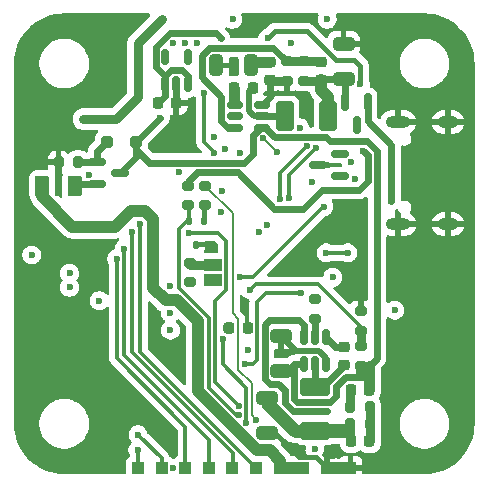
<source format=gbr>
%TF.GenerationSoftware,KiCad,Pcbnew,9.0.4*%
%TF.CreationDate,2026-01-28T15:28:04+01:00*%
%TF.ProjectId,ShiroFPV_Flight_Controller,53686972-6f46-4505-965f-466c69676874,2026-01-27*%
%TF.SameCoordinates,PX7bfa480PYb532b80*%
%TF.FileFunction,Copper,L4,Bot*%
%TF.FilePolarity,Positive*%
%FSLAX46Y46*%
G04 Gerber Fmt 4.6, Leading zero omitted, Abs format (unit mm)*
G04 Created by KiCad (PCBNEW 9.0.4) date 2026-01-28 15:28:04*
%MOMM*%
%LPD*%
G01*
G04 APERTURE LIST*
G04 Aperture macros list*
%AMRoundRect*
0 Rectangle with rounded corners*
0 $1 Rounding radius*
0 $2 $3 $4 $5 $6 $7 $8 $9 X,Y pos of 4 corners*
0 Add a 4 corners polygon primitive as box body*
4,1,4,$2,$3,$4,$5,$6,$7,$8,$9,$2,$3,0*
0 Add four circle primitives for the rounded corners*
1,1,$1+$1,$2,$3*
1,1,$1+$1,$4,$5*
1,1,$1+$1,$6,$7*
1,1,$1+$1,$8,$9*
0 Add four rect primitives between the rounded corners*
20,1,$1+$1,$2,$3,$4,$5,0*
20,1,$1+$1,$4,$5,$6,$7,0*
20,1,$1+$1,$6,$7,$8,$9,0*
20,1,$1+$1,$8,$9,$2,$3,0*%
G04 Aperture macros list end*
%TA.AperFunction,HeatsinkPad*%
%ADD10O,2.100000X1.000000*%
%TD*%
%TA.AperFunction,HeatsinkPad*%
%ADD11O,1.800000X1.000000*%
%TD*%
%TA.AperFunction,SMDPad,CuDef*%
%ADD12RoundRect,0.225000X-0.225000X-0.250000X0.225000X-0.250000X0.225000X0.250000X-0.225000X0.250000X0*%
%TD*%
%TA.AperFunction,SMDPad,CuDef*%
%ADD13RoundRect,0.225000X0.250000X-0.225000X0.250000X0.225000X-0.250000X0.225000X-0.250000X-0.225000X0*%
%TD*%
%TA.AperFunction,SMDPad,CuDef*%
%ADD14RoundRect,0.200000X0.275000X-0.200000X0.275000X0.200000X-0.275000X0.200000X-0.275000X-0.200000X0*%
%TD*%
%TA.AperFunction,SMDPad,CuDef*%
%ADD15RoundRect,0.250000X-0.375000X-0.625000X0.375000X-0.625000X0.375000X0.625000X-0.375000X0.625000X0*%
%TD*%
%TA.AperFunction,SMDPad,CuDef*%
%ADD16RoundRect,0.200000X-0.275000X0.200000X-0.275000X-0.200000X0.275000X-0.200000X0.275000X0.200000X0*%
%TD*%
%TA.AperFunction,SMDPad,CuDef*%
%ADD17R,1.000000X1.000000*%
%TD*%
%TA.AperFunction,SMDPad,CuDef*%
%ADD18RoundRect,0.225000X0.225000X0.250000X-0.225000X0.250000X-0.225000X-0.250000X0.225000X-0.250000X0*%
%TD*%
%TA.AperFunction,SMDPad,CuDef*%
%ADD19RoundRect,0.150000X0.587500X0.150000X-0.587500X0.150000X-0.587500X-0.150000X0.587500X-0.150000X0*%
%TD*%
%TA.AperFunction,SMDPad,CuDef*%
%ADD20RoundRect,0.225000X-0.250000X0.225000X-0.250000X-0.225000X0.250000X-0.225000X0.250000X0.225000X0*%
%TD*%
%TA.AperFunction,SMDPad,CuDef*%
%ADD21RoundRect,0.250000X0.650000X-0.325000X0.650000X0.325000X-0.650000X0.325000X-0.650000X-0.325000X0*%
%TD*%
%TA.AperFunction,SMDPad,CuDef*%
%ADD22RoundRect,0.200000X0.200000X0.275000X-0.200000X0.275000X-0.200000X-0.275000X0.200000X-0.275000X0*%
%TD*%
%TA.AperFunction,SMDPad,CuDef*%
%ADD23RoundRect,0.250000X0.250000X0.250000X-0.250000X0.250000X-0.250000X-0.250000X0.250000X-0.250000X0*%
%TD*%
%TA.AperFunction,SMDPad,CuDef*%
%ADD24RoundRect,0.150000X0.150000X-0.512500X0.150000X0.512500X-0.150000X0.512500X-0.150000X-0.512500X0*%
%TD*%
%TA.AperFunction,SMDPad,CuDef*%
%ADD25RoundRect,0.112500X-0.112500X-0.237500X0.112500X-0.237500X0.112500X0.237500X-0.112500X0.237500X0*%
%TD*%
%TA.AperFunction,SMDPad,CuDef*%
%ADD26RoundRect,0.250000X-0.650000X0.325000X-0.650000X-0.325000X0.650000X-0.325000X0.650000X0.325000X0*%
%TD*%
%TA.AperFunction,SMDPad,CuDef*%
%ADD27R,1.500000X1.000000*%
%TD*%
%TA.AperFunction,SMDPad,CuDef*%
%ADD28RoundRect,0.250001X-0.999999X0.499999X-0.999999X-0.499999X0.999999X-0.499999X0.999999X0.499999X0*%
%TD*%
%TA.AperFunction,SMDPad,CuDef*%
%ADD29RoundRect,0.150000X0.512500X0.150000X-0.512500X0.150000X-0.512500X-0.150000X0.512500X-0.150000X0*%
%TD*%
%TA.AperFunction,SMDPad,CuDef*%
%ADD30RoundRect,0.250000X0.325000X0.650000X-0.325000X0.650000X-0.325000X-0.650000X0.325000X-0.650000X0*%
%TD*%
%TA.AperFunction,SMDPad,CuDef*%
%ADD31RoundRect,0.150000X-0.150000X0.587500X-0.150000X-0.587500X0.150000X-0.587500X0.150000X0.587500X0*%
%TD*%
%TA.AperFunction,SMDPad,CuDef*%
%ADD32RoundRect,0.250001X-0.499999X-0.999999X0.499999X-0.999999X0.499999X0.999999X-0.499999X0.999999X0*%
%TD*%
%TA.AperFunction,SMDPad,CuDef*%
%ADD33RoundRect,0.200000X-0.200000X-0.275000X0.200000X-0.275000X0.200000X0.275000X-0.200000X0.275000X0*%
%TD*%
%TA.AperFunction,SMDPad,CuDef*%
%ADD34RoundRect,0.150000X-0.587500X-0.150000X0.587500X-0.150000X0.587500X0.150000X-0.587500X0.150000X0*%
%TD*%
%TA.AperFunction,ViaPad*%
%ADD35C,0.600000*%
%TD*%
%TA.AperFunction,Conductor*%
%ADD36C,0.800000*%
%TD*%
%TA.AperFunction,Conductor*%
%ADD37C,0.300000*%
%TD*%
%TA.AperFunction,Conductor*%
%ADD38C,0.600000*%
%TD*%
%TA.AperFunction,Conductor*%
%ADD39C,0.500000*%
%TD*%
%TA.AperFunction,Conductor*%
%ADD40C,0.200000*%
%TD*%
%TA.AperFunction,Conductor*%
%ADD41C,0.400000*%
%TD*%
%TA.AperFunction,Conductor*%
%ADD42C,1.000000*%
%TD*%
%TA.AperFunction,Conductor*%
%ADD43C,0.900000*%
%TD*%
%TA.AperFunction,Conductor*%
%ADD44C,1.100000*%
%TD*%
%TA.AperFunction,Conductor*%
%ADD45C,1.200000*%
%TD*%
G04 APERTURE END LIST*
D10*
%TO.P,P1,S1,SHIELD*%
%TO.N,GND*%
X-55068148Y135027500D03*
D11*
X-50868148Y135027500D03*
D10*
X-55068148Y143667500D03*
D11*
X-50868148Y143667500D03*
%TD*%
D12*
%TO.P,C5,1*%
%TO.N,+5V*%
X-75413148Y145247500D03*
%TO.P,C5,2*%
%TO.N,GND*%
X-73863148Y145247500D03*
%TD*%
D13*
%TO.P,C17,1*%
%TO.N,+5V_BEC*%
X-61593148Y147207500D03*
%TO.P,C17,2*%
%TO.N,Net-(U5-FB)*%
X-61593148Y148757500D03*
%TD*%
D14*
%TO.P,R21,1*%
%TO.N,ADC_VBAT*%
X-58250648Y126002500D03*
%TO.P,R21,2*%
%TO.N,GND*%
X-58250648Y127652500D03*
%TD*%
D15*
%TO.P,F1,1*%
%TO.N,VBAT*%
X-85225648Y138242500D03*
%TO.P,F1,2*%
%TO.N,Net-(Q1-D)*%
X-82425648Y138242500D03*
%TD*%
D16*
%TO.P,R22,1*%
%TO.N,SBUS*%
X-71415648Y138277500D03*
%TO.P,R22,2*%
%TO.N,Net-(Q3-B)*%
X-71415648Y136627500D03*
%TD*%
D17*
%TO.P,J4,1,Pin_1*%
%TO.N,VBAT*%
X-65118148Y114367500D03*
%TD*%
D18*
%TO.P,C2,1*%
%TO.N,Net-(U5-SW)*%
X-67408148Y146582500D03*
%TO.P,C2,2*%
%TO.N,Net-(U5-BOOT)*%
X-68958148Y146582500D03*
%TD*%
D19*
%TO.P,Q2,1,D*%
%TO.N,BEEPER_B-*%
X-60003148Y140977500D03*
%TO.P,Q2,2,G*%
%TO.N,BEEPER*%
X-60003148Y139077500D03*
%TO.P,Q2,3,S*%
%TO.N,GND*%
X-61878148Y140027500D03*
%TD*%
D20*
%TO.P,C15,1*%
%TO.N,VIN*%
X-65968148Y148757500D03*
%TO.P,C15,2*%
%TO.N,GND*%
X-65968148Y147207500D03*
%TD*%
D17*
%TO.P,J6,1,Pin_1*%
%TO.N,M2*%
X-69118148Y114367500D03*
%TD*%
D14*
%TO.P,R2,1*%
%TO.N,GND*%
X-64508148Y147157500D03*
%TO.P,R2,2*%
%TO.N,Net-(U5-FB)*%
X-64508148Y148807500D03*
%TD*%
D18*
%TO.P,C20,1*%
%TO.N,VIN*%
X-57530648Y121017500D03*
%TO.P,C20,2*%
%TO.N,GND*%
X-59080648Y121017500D03*
%TD*%
D21*
%TO.P,C14,1*%
%TO.N,VIN*%
X-64985648Y122582500D03*
%TO.P,C14,2*%
%TO.N,GND*%
X-64985648Y125532500D03*
%TD*%
D22*
%TO.P,R11,1*%
%TO.N,Net-(D1-A)*%
X-82193148Y140282500D03*
%TO.P,R11,2*%
%TO.N,GND*%
X-83843148Y140282500D03*
%TD*%
D23*
%TO.P,D1,1,K*%
%TO.N,VIN*%
X-77263148Y141982500D03*
%TO.P,D1,2,A*%
%TO.N,Net-(D1-A)*%
X-79763148Y141982500D03*
%TD*%
D17*
%TO.P,J8,1,Pin_1*%
%TO.N,M4*%
X-73118148Y114367500D03*
%TD*%
D16*
%TO.P,R5,1*%
%TO.N,BOOT0*%
X-72753148Y131737500D03*
%TO.P,R5,2*%
%TO.N,GND*%
X-72753148Y130087500D03*
%TD*%
D17*
%TO.P,J5,1,Pin_1*%
%TO.N,M1*%
X-67118148Y114367500D03*
%TD*%
D14*
%TO.P,R1,1*%
%TO.N,+5V_BEC*%
X-63048148Y147157500D03*
%TO.P,R1,2*%
%TO.N,Net-(U5-FB)*%
X-63048148Y148807500D03*
%TD*%
D24*
%TO.P,U6,1,GND*%
%TO.N,GND*%
X-61185648Y123160000D03*
%TO.P,U6,2,SW*%
%TO.N,Net-(U6-SW)*%
X-62135648Y123160000D03*
%TO.P,U6,3,VIN*%
%TO.N,VIN*%
X-63085648Y123160000D03*
%TO.P,U6,4,FB*%
%TO.N,Net-(U6-FB)*%
X-63085648Y125435000D03*
%TO.P,U6,5,EN*%
%TO.N,9V_Enable*%
X-62135648Y125435000D03*
%TO.P,U6,6,BOOT*%
%TO.N,Net-(U6-BOOT)*%
X-61185648Y125435000D03*
%TD*%
D17*
%TO.P,J2,1,Pin_1*%
%TO.N,GND*%
X-61118148Y114367500D03*
%TD*%
%TO.P,J7,1,Pin_1*%
%TO.N,M3*%
X-71118148Y114367500D03*
%TD*%
D18*
%TO.P,C4,1*%
%TO.N,GND*%
X-67838148Y126247500D03*
%TO.P,C4,2*%
%TO.N,Net-(U1-NRST)*%
X-69388148Y126247500D03*
%TD*%
D16*
%TO.P,R10,1*%
%TO.N,+5V*%
X-72880648Y138287500D03*
%TO.P,R10,2*%
%TO.N,UART5TX*%
X-72880648Y136637500D03*
%TD*%
D17*
%TO.P,J3,1,Pin_1*%
%TO.N,VBAT*%
X-63118148Y114367500D03*
%TD*%
D13*
%TO.P,C16,1*%
%TO.N,Net-(U6-SW)*%
X-59705648Y123097500D03*
%TO.P,C16,2*%
%TO.N,Net-(U6-BOOT)*%
X-59705648Y124647500D03*
%TD*%
D17*
%TO.P,J9,1,Pin_1*%
%TO.N,ADC_CURRENT*%
X-75118148Y114367500D03*
%TD*%
D25*
%TO.P,Q3,1,C*%
%TO.N,UART5TX*%
X-72833148Y135272500D03*
%TO.P,Q3,2,B*%
%TO.N,Net-(Q3-B)*%
X-71533148Y135272500D03*
%TO.P,Q3,3,E*%
%TO.N,GND*%
X-72183148Y133272500D03*
%TD*%
D22*
%TO.P,R8,1*%
%TO.N,Net-(U6-FB)*%
X-57480648Y119562500D03*
%TO.P,R8,2*%
%TO.N,GND*%
X-59130648Y119562500D03*
%TD*%
D26*
%TO.P,C19,1*%
%TO.N,+10V*%
X-66158148Y120272500D03*
%TO.P,C19,2*%
%TO.N,GND*%
X-66158148Y117322500D03*
%TD*%
D17*
%TO.P,J1,1,Pin_1*%
%TO.N,GND*%
X-59123148Y114367500D03*
%TD*%
D27*
%TO.P,JP1,1,A*%
%TO.N,+3.3V*%
X-70773148Y130267500D03*
%TO.P,JP1,2,B*%
%TO.N,BOOT0*%
X-70773148Y131567500D03*
%TD*%
D17*
%TO.P,J10,1,Pin_1*%
%TO.N,UART2RX*%
X-77118148Y114367500D03*
%TD*%
D28*
%TO.P,L2,1,1*%
%TO.N,Net-(U6-SW)*%
X-62135648Y121247500D03*
%TO.P,L2,2,2*%
%TO.N,+10V*%
X-62135648Y117547500D03*
%TD*%
D29*
%TO.P,U5,1,GND*%
%TO.N,GND*%
X-66615648Y145102500D03*
%TO.P,U5,2,SW*%
%TO.N,Net-(U5-SW)*%
X-66615648Y144152500D03*
%TO.P,U5,3,VIN*%
%TO.N,VIN*%
X-66615648Y143202500D03*
%TO.P,U5,4,FB*%
%TO.N,Net-(U5-FB)*%
X-68890648Y143202500D03*
%TO.P,U5,5,EN*%
%TO.N,unconnected-(U5-EN-Pad5)*%
X-68890648Y144152500D03*
%TO.P,U5,6,BOOT*%
%TO.N,Net-(U5-BOOT)*%
X-68890648Y145102500D03*
%TD*%
D21*
%TO.P,C18,1*%
%TO.N,+5V_BEC*%
X-59713148Y147332500D03*
%TO.P,C18,2*%
%TO.N,GND*%
X-59713148Y150282500D03*
%TD*%
D14*
%TO.P,R27,1*%
%TO.N,VIN*%
X-58250648Y123047500D03*
%TO.P,R27,2*%
%TO.N,ADC_VBAT*%
X-58250648Y124697500D03*
%TD*%
D30*
%TO.P,C38,1*%
%TO.N,VIN*%
X-67528148Y148457500D03*
%TO.P,C38,2*%
%TO.N,GND*%
X-70478148Y148457500D03*
%TD*%
D12*
%TO.P,C22,1*%
%TO.N,+10V*%
X-59080648Y116647500D03*
%TO.P,C22,2*%
%TO.N,Net-(U6-FB)*%
X-57530648Y116647500D03*
%TD*%
D24*
%TO.P,U7,1,VIN*%
%TO.N,+5V*%
X-72910648Y146890000D03*
%TO.P,U7,2,GND*%
%TO.N,GND*%
X-73860648Y146890000D03*
%TO.P,U7,3,ON/~{OFF}*%
%TO.N,+5V*%
X-74810648Y146890000D03*
%TO.P,U7,4,BP*%
%TO.N,unconnected-(U7-BP-Pad4)*%
X-74810648Y149165000D03*
%TO.P,U7,5,VOUT*%
%TO.N,+3.3V*%
X-72910648Y149165000D03*
%TD*%
D31*
%TO.P,D4,1*%
%TO.N,+5V_BEC*%
X-59558148Y145322500D03*
%TO.P,D4,2*%
%TO.N,VBUS*%
X-57658148Y145322500D03*
%TO.P,D4,3*%
%TO.N,+5V*%
X-58608148Y143447500D03*
%TD*%
D16*
%TO.P,R9,1*%
%TO.N,+3.3V*%
X-62135648Y128652500D03*
%TO.P,R9,2*%
%TO.N,9V_Enable*%
X-62135648Y127002500D03*
%TD*%
D32*
%TO.P,L1,1,1*%
%TO.N,Net-(U5-SW)*%
X-64703148Y144152500D03*
%TO.P,L1,2,2*%
%TO.N,+5V_BEC*%
X-61003148Y144152500D03*
%TD*%
D33*
%TO.P,R7,1*%
%TO.N,+10V*%
X-59130648Y118107500D03*
%TO.P,R7,2*%
%TO.N,Net-(U6-FB)*%
X-57480648Y118107500D03*
%TD*%
D34*
%TO.P,Q1,1,D*%
%TO.N,Net-(Q1-D)*%
X-80548148Y138382500D03*
%TO.P,Q1,2,G*%
%TO.N,Net-(D1-A)*%
X-80548148Y140282500D03*
%TO.P,Q1,3,S*%
%TO.N,VIN*%
X-78673148Y139332500D03*
%TD*%
D35*
%TO.N,BOOT0*%
X-72752148Y131567500D03*
%TO.N,BEEPER*%
X-59998148Y139047500D03*
X-61382768Y136502880D03*
X-68503149Y130521738D03*
%TO.N,+5V*%
X-72910648Y146890000D03*
X-74113146Y114362500D03*
X-62158148Y116012500D03*
X-81267745Y139182500D03*
X-86108146Y132412500D03*
X-64128148Y150372500D03*
X-61103148Y152362500D03*
X-58608148Y143447500D03*
X-58060017Y141251448D03*
X-70113148Y150777500D03*
%TO.N,GYRO_INIT*%
X-68453441Y141038579D03*
X-63433148Y143192500D03*
%TO.N,GND*%
X-75913148Y127512500D03*
X-60615648Y115397500D03*
X-63774648Y124321500D03*
X-65968148Y147207500D03*
X-67838148Y126247500D03*
X-74108148Y115857500D03*
X-63158148Y116102500D03*
X-61878148Y140027500D03*
X-73863148Y145247500D03*
X-83845648Y139197500D03*
X-83845648Y137685599D03*
X-59123148Y114367500D03*
X-61183148Y123122500D03*
X-72753148Y130087500D03*
X-67113148Y152367500D03*
X-75913148Y126052500D03*
X-62613148Y124322500D03*
X-72178148Y133277500D03*
X-74128148Y117617500D03*
X-59130648Y120967500D03*
X-58250648Y127652500D03*
X-70478148Y148457500D03*
%TO.N,+3.3V*%
X-80378150Y128532907D03*
X-55373148Y127747500D03*
X-70658148Y142407500D03*
X-74398148Y129787500D03*
X-67838148Y124407500D03*
X-60618148Y130512500D03*
X-74363148Y127512500D03*
X-62143148Y128662500D03*
X-74363148Y126052500D03*
X-62383148Y138552500D03*
X-73603148Y139422500D03*
X-82913148Y129677500D03*
X-72925648Y149187500D03*
X-70773148Y130267500D03*
X-82913148Y130862500D03*
%TO.N,GYRO_SCK*%
X-65373148Y141120735D03*
X-66525807Y142274785D03*
%TO.N,VIN*%
X-67528148Y148457500D03*
X-75223148Y144022500D03*
%TO.N,USBD-*%
X-59098148Y140257500D03*
X-70008148Y137852500D03*
%TO.N,ADC_RSSI*%
X-69901403Y125327501D03*
X-67939148Y118190870D03*
%TO.N,ADC_VBAT*%
X-67602500Y129472500D03*
%TO.N,FLASH_MISO*%
X-61188148Y132587500D03*
X-59348528Y132587880D03*
%TO.N,USBD+*%
X-58777791Y138802429D03*
X-70121518Y136064130D03*
%TO.N,V_OUT*%
X-81753148Y143917500D03*
X-75108148Y152367500D03*
%TO.N,VBUS*%
X-55668148Y136947500D03*
X-55668148Y141747500D03*
%TO.N,Net-(U6-FB)*%
X-61112148Y119176500D03*
X-57478148Y119177500D03*
%TO.N,9V_Enable*%
X-62135648Y127002500D03*
%TO.N,SBUS*%
X-67108148Y118447500D03*
%TO.N,ADC_CURRENT*%
X-77108148Y117187500D03*
%TO.N,UART2RX*%
X-77118148Y115907500D03*
X-68013148Y123172500D03*
X-63278148Y129202500D03*
%TO.N,UART3TX*%
X-62798386Y141601501D03*
X-65099407Y137185922D03*
%TO.N,UART3RX*%
X-64299462Y137195538D03*
X-62006548Y141487500D03*
%TO.N,UART6TX*%
X-72113148Y150367500D03*
X-66163148Y134942500D03*
%TO.N,UART6RX*%
X-74113148Y150367500D03*
X-66859899Y134389251D03*
%TO.N,UART1TX*%
X-73113148Y150368500D03*
X-69763148Y141415380D03*
%TO.N,UART1RX*%
X-70688148Y141087500D03*
X-71522020Y146150000D03*
%TO.N,UART5TX*%
X-72833148Y135272500D03*
X-68589148Y118840869D03*
%TO.N,UART5RX*%
X-68589148Y119640872D03*
X-72813148Y134267500D03*
%TO.N,M1*%
X-76948148Y134997500D03*
%TO.N,M2*%
X-77623148Y134347500D03*
%TO.N,M3*%
X-78288148Y132937500D03*
%TO.N,M4*%
X-78923394Y132087500D03*
%TO.N,BEEPER_B-*%
X-66118148Y150777500D03*
X-58288148Y146852500D03*
X-60003148Y140977500D03*
%TO.N,+10V*%
X-62135648Y117547500D03*
X-69113148Y152367500D03*
%TO.N,Net-(U1-NRST)*%
X-69623148Y126247500D03*
%TD*%
D36*
%TO.N,BOOT0*%
X-72752148Y131567500D02*
X-70773148Y131567500D01*
D37*
%TO.N,BEEPER*%
X-60003148Y139052500D02*
X-59998148Y139047500D01*
X-60003148Y139077500D02*
X-60003148Y139052500D01*
X-61608528Y136277120D02*
X-61382768Y136502880D01*
X-61608528Y136272102D02*
X-61608528Y136277120D01*
X-67358892Y130521738D02*
X-61608528Y136272102D01*
X-68503149Y130521738D02*
X-67358892Y130521738D01*
D38*
%TO.N,+5V*%
X-75611648Y148353500D02*
X-74810648Y147552500D01*
X-74810648Y147552500D02*
X-74810648Y146890000D01*
X-75413148Y145247500D02*
X-74810648Y145850000D01*
X-72103148Y139407500D02*
X-72880648Y138630000D01*
X-74810648Y145850000D02*
X-74810648Y146890000D01*
X-70538148Y151202500D02*
X-74410934Y151202500D01*
X-73423148Y148062500D02*
X-74300648Y148062500D01*
X-75611648Y150001786D02*
X-75611648Y148353500D01*
X-61543148Y137922500D02*
X-63123148Y136342500D01*
X-63123148Y136342500D02*
X-65583148Y136342500D01*
X-70113148Y150777500D02*
X-70538148Y151202500D01*
X-58060017Y141251448D02*
X-57679148Y140870579D01*
X-72910648Y147550000D02*
X-73423148Y148062500D01*
X-74300648Y148062500D02*
X-74810648Y147552500D01*
D39*
X-58608148Y143447500D02*
X-58603148Y143447500D01*
D38*
X-65583148Y136342500D02*
X-68648148Y139407500D01*
X-58408148Y137922500D02*
X-61543148Y137922500D01*
X-57679148Y140870579D02*
X-57679148Y138651500D01*
X-72910648Y146890000D02*
X-72910648Y147550000D01*
X-72880648Y138630000D02*
X-72880648Y138287500D01*
X-74410934Y151202500D02*
X-75611648Y150001786D01*
X-68648148Y139407500D02*
X-72103148Y139407500D01*
X-57679148Y138651500D02*
X-58408148Y137922500D01*
D40*
%TO.N,GND*%
X-73863148Y146887500D02*
X-73860648Y146890000D01*
D38*
X-83845648Y140102500D02*
X-83845648Y139197500D01*
X-59130648Y120967500D02*
X-59080648Y121017500D01*
D41*
X-83845648Y137685599D02*
X-83845648Y139197500D01*
D36*
X-65913148Y147152500D02*
X-64613148Y147152500D01*
D37*
X-72183148Y133272500D02*
X-72178148Y133277500D01*
D39*
X-64985648Y125532500D02*
X-63774648Y124321500D01*
D38*
X-64558148Y147207500D02*
X-64508148Y147157500D01*
D39*
X-61780548Y124321500D02*
X-61185648Y123726600D01*
D42*
X-61118148Y114367500D02*
X-59123148Y114367500D01*
D39*
X-63774648Y124321500D02*
X-61780548Y124321500D01*
D41*
X-66158148Y117322500D02*
X-65533148Y117322500D01*
D39*
X-61185648Y123726600D02*
X-61185648Y123160000D01*
D41*
X-65533148Y117322500D02*
X-63522148Y115311500D01*
D36*
X-59130648Y119562500D02*
X-59130648Y120967500D01*
D41*
X-62062148Y115311500D02*
X-61118148Y114367500D01*
D36*
X-65968148Y147207500D02*
X-65913148Y147152500D01*
D38*
X-65968148Y147207500D02*
X-65968148Y145750000D01*
X-65968148Y145750000D02*
X-66615648Y145102500D01*
D41*
X-63522148Y115311500D02*
X-62062148Y115311500D01*
D38*
X-73863148Y145247500D02*
X-73863148Y146887500D01*
D40*
%TO.N,GYRO_SCK*%
X-66525807Y142274785D02*
X-66525807Y142273394D01*
X-66525807Y142273394D02*
X-65373148Y141120735D01*
D38*
%TO.N,VIN*%
X-76143148Y140222500D02*
X-77263148Y141342500D01*
X-63088148Y123162500D02*
X-63085648Y123160000D01*
X-67375913Y142556051D02*
X-67375913Y140984735D01*
X-63658148Y119977500D02*
X-60833148Y119977500D01*
D36*
X-58328148Y123047500D02*
X-58328148Y122325000D01*
D38*
X-75223148Y144022500D02*
X-77263148Y141982500D01*
X-59507862Y122112500D02*
X-57645648Y122112500D01*
X-60868148Y142067500D02*
X-61202148Y142401500D01*
X-56878148Y141202365D02*
X-57743283Y142067500D01*
X-63890648Y123162500D02*
X-63088148Y123162500D01*
X-64985648Y122582500D02*
X-64470648Y122582500D01*
X-61202148Y142401500D02*
X-63091362Y142401500D01*
X-63890648Y120210000D02*
X-63890648Y123162500D01*
D43*
X-57530648Y121997500D02*
X-57530648Y123000000D01*
D38*
X-57645648Y122112500D02*
X-57530648Y121997500D01*
X-60333148Y120477500D02*
X-60333148Y121287214D01*
X-63091362Y142401500D02*
X-63101362Y142391500D01*
X-67375913Y140984735D02*
X-68138148Y140222500D01*
X-77263148Y141342500D02*
X-77263148Y140742500D01*
X-63101362Y142391500D02*
X-65511150Y142391500D01*
X-57578148Y123047500D02*
X-57483148Y123047500D01*
X-77263148Y141982500D02*
X-77263148Y141342500D01*
X-60833148Y119977500D02*
X-60333148Y120477500D01*
X-66322150Y143202500D02*
X-66615648Y143202500D01*
X-63658148Y119977500D02*
X-63890648Y120210000D01*
X-77263148Y140742500D02*
X-78673148Y139332500D01*
X-57483148Y123047500D02*
X-56878148Y123652500D01*
X-60333148Y121287214D02*
X-59507862Y122112500D01*
D43*
X-57530648Y121017500D02*
X-57530648Y121997500D01*
D38*
X-65511150Y142391500D02*
X-66322150Y143202500D01*
D36*
X-57530648Y123000000D02*
X-57578148Y123047500D01*
D38*
X-64470648Y122582500D02*
X-63890648Y123162500D01*
X-57743283Y142067500D02*
X-60868148Y142067500D01*
X-68138148Y140222500D02*
X-76143148Y140222500D01*
D36*
X-57578148Y123047500D02*
X-58250648Y123047500D01*
D43*
X-65968148Y148757500D02*
X-67228148Y148757500D01*
D38*
X-66615648Y143202500D02*
X-66729464Y143202500D01*
X-66729464Y143202500D02*
X-67375913Y142556051D01*
X-56878148Y123652500D02*
X-56878148Y141202365D01*
X-67228148Y148757500D02*
X-67528148Y148457500D01*
D37*
%TO.N,ADC_RSSI*%
X-69909947Y123159299D02*
X-69909947Y125318957D01*
X-67939148Y118190870D02*
X-67939148Y121188500D01*
X-69906109Y125327501D02*
X-69909946Y125323664D01*
X-69901403Y125327501D02*
X-69906109Y125327501D01*
X-69909947Y125318957D02*
X-69901403Y125327501D01*
X-67939148Y121188500D02*
X-69909947Y123159299D01*
%TO.N,ADC_VBAT*%
X-58250648Y126315000D02*
X-58250648Y126002500D01*
X-67602500Y129472500D02*
X-67137500Y129937500D01*
D36*
X-58250648Y124697500D02*
X-58250648Y126002500D01*
D37*
X-61873148Y129937500D02*
X-58250648Y126315000D01*
X-67137500Y129937500D02*
X-61873148Y129937500D01*
%TO.N,FLASH_MISO*%
X-60348530Y132587880D02*
X-60348910Y132587500D01*
X-59348528Y132587880D02*
X-60348530Y132587880D01*
X-60348910Y132587500D02*
X-61188148Y132587500D01*
D36*
%TO.N,V_OUT*%
X-77118148Y150357500D02*
X-77118148Y145797500D01*
X-75108148Y152367500D02*
X-77118148Y150357500D01*
X-77118148Y145797500D02*
X-78998148Y143917500D01*
X-78998148Y143917500D02*
X-81753148Y143917500D01*
D38*
%TO.N,VBUS*%
X-57658148Y145322500D02*
X-57658148Y143737500D01*
X-55668148Y141747500D02*
X-55668148Y136947500D01*
X-57658148Y143737500D02*
X-55668148Y141747500D01*
%TO.N,Net-(U6-SW)*%
X-62135648Y121247500D02*
X-62135648Y123160000D01*
X-61505648Y121247500D02*
X-62135648Y121247500D01*
X-59705648Y123097500D02*
X-59705648Y123047500D01*
X-59705648Y123047500D02*
X-61505648Y121247500D01*
%TO.N,Net-(U6-FB)*%
X-63497554Y126892500D02*
X-63085648Y126480594D01*
X-63989934Y119176500D02*
X-64691648Y119878215D01*
X-66386648Y126486500D02*
X-65980648Y126892500D01*
X-57480648Y116697500D02*
X-57530648Y116647500D01*
D36*
X-57480648Y119545000D02*
X-57480648Y116697500D01*
D38*
X-63085648Y126480594D02*
X-63085648Y125435000D01*
X-64691648Y120971000D02*
X-65227148Y121506500D01*
X-65980648Y126892500D02*
X-63497554Y126892500D01*
X-65953650Y121506500D02*
X-66386648Y121939498D01*
X-64691648Y119878215D02*
X-64691648Y120971000D01*
X-65227148Y121506500D02*
X-65953650Y121506500D01*
X-61112148Y119176500D02*
X-63989934Y119176500D01*
X-66386648Y121939498D02*
X-66386648Y126486500D01*
%TO.N,9V_Enable*%
X-62135648Y125435000D02*
X-62135648Y127002500D01*
%TO.N,Net-(U6-BOOT)*%
X-60398148Y124647500D02*
X-61185648Y125435000D01*
X-59705648Y124647500D02*
X-60398148Y124647500D01*
D40*
%TO.N,SBUS*%
X-67488148Y118827500D02*
X-67488148Y121562500D01*
X-69103148Y127472500D02*
X-69103148Y135965000D01*
X-69103148Y135965000D02*
X-71415648Y138277500D01*
X-68613148Y122687500D02*
X-68613148Y126982500D01*
X-67488148Y121562500D02*
X-68613148Y122687500D01*
X-67108148Y118447500D02*
X-67488148Y118827500D01*
X-68613148Y126982500D02*
X-69103148Y127472500D01*
D41*
%TO.N,Net-(Q3-B)*%
X-71533148Y135272500D02*
X-71533148Y136510000D01*
X-71533148Y136510000D02*
X-71415648Y136627500D01*
D37*
%TO.N,ADC_CURRENT*%
X-75113148Y115192500D02*
X-75113148Y114367500D01*
X-77108148Y117187500D02*
X-75113148Y115192500D01*
%TO.N,UART2RX*%
X-63278148Y129202500D02*
X-66243148Y129202500D01*
X-67037648Y123553000D02*
X-67418148Y123172500D01*
X-77118148Y115907500D02*
X-77118148Y114367500D01*
X-67418148Y123172500D02*
X-68013148Y123172500D01*
X-66243148Y129202500D02*
X-67037648Y128408000D01*
X-67037648Y128408000D02*
X-67037648Y123553000D01*
%TO.N,UART3TX*%
X-62798386Y141601501D02*
X-62823385Y141601501D01*
X-65099198Y137186131D02*
X-65099407Y137185922D01*
X-65099198Y139325688D02*
X-65099198Y137186131D01*
X-62823385Y141601501D02*
X-65099198Y139325688D01*
%TO.N,UART3RX*%
X-64299462Y139181186D02*
X-64299462Y137195538D01*
X-62006548Y141474100D02*
X-64299462Y139181186D01*
X-62006548Y141487500D02*
X-62006548Y141474100D01*
%TO.N,UART1RX*%
X-70688148Y141102500D02*
X-71522020Y141936372D01*
X-70688148Y141087500D02*
X-70688148Y141102500D01*
X-71522020Y141936372D02*
X-71522020Y146150000D01*
%TO.N,UART5TX*%
X-73668148Y129607500D02*
X-73668148Y134602500D01*
X-71128148Y127067500D02*
X-73668148Y129607500D01*
X-68799865Y118840869D02*
X-71128148Y121169152D01*
X-72833148Y136590000D02*
X-72880648Y136637500D01*
X-72998148Y135272500D02*
X-72833148Y135272500D01*
X-73668148Y134602500D02*
X-72998148Y135272500D01*
X-72833148Y135272500D02*
X-72833148Y136590000D01*
X-71128148Y121169152D02*
X-71128148Y127067500D01*
X-68589148Y118840869D02*
X-68799865Y118840869D01*
%TO.N,UART5RX*%
X-70617148Y128498500D02*
X-69672148Y129443500D01*
X-69672148Y129443500D02*
X-69672148Y133576500D01*
X-70618148Y121669872D02*
X-70618148Y122625880D01*
X-69672148Y133576500D02*
X-70363148Y134267500D01*
X-70617148Y122626880D02*
X-70617148Y128498500D01*
X-70618148Y122625880D02*
X-70617148Y122626880D01*
X-68589148Y119640872D02*
X-70618148Y121669872D01*
X-70363148Y134267500D02*
X-72650372Y134267500D01*
%TO.N,M1*%
X-76948148Y124207500D02*
X-67108148Y114367500D01*
X-76948148Y134997500D02*
X-76948148Y124207500D01*
%TO.N,M2*%
X-77623148Y134347500D02*
X-77623148Y124173980D01*
X-77623148Y124173980D02*
X-69108148Y115658980D01*
X-69108148Y115658980D02*
X-69108148Y114367500D01*
%TO.N,M3*%
X-78272394Y123941746D02*
X-71108148Y116777500D01*
X-78272394Y132921746D02*
X-78272394Y123941746D01*
X-78288148Y132937500D02*
X-78272394Y132921746D01*
X-71108148Y116777500D02*
X-71108148Y114367500D01*
%TO.N,M4*%
X-78923394Y132087500D02*
X-78923394Y123702746D01*
X-78923394Y123702746D02*
X-73108148Y117887500D01*
X-73108148Y117887500D02*
X-73108148Y114367500D01*
D39*
%TO.N,Net-(U5-SW)*%
X-67729148Y146261500D02*
X-67729148Y144603501D01*
X-67278147Y144152500D02*
X-66615648Y144152500D01*
X-67408148Y146582500D02*
X-67729148Y146261500D01*
D38*
X-64703148Y144152500D02*
X-66615648Y144152500D01*
D39*
X-67729148Y144603501D02*
X-67278147Y144152500D01*
D36*
%TO.N,Net-(U5-FB)*%
X-64508148Y148807500D02*
X-63048148Y148807500D01*
D38*
X-65411194Y149708500D02*
X-65429148Y149708500D01*
X-71733148Y149292500D02*
X-71733148Y147492500D01*
X-70054148Y143728690D02*
X-69527958Y143202500D01*
D36*
X-63048148Y148807500D02*
X-61643148Y148807500D01*
D38*
X-69527958Y143202500D02*
X-68890648Y143202500D01*
X-64992148Y149271500D02*
X-64992148Y149289454D01*
X-64992148Y149289454D02*
X-65411194Y149708500D01*
X-64508148Y148807500D02*
X-64528148Y148807500D01*
X-71733148Y147492500D02*
X-70054148Y145813500D01*
X-71068148Y149957500D02*
X-71733148Y149292500D01*
X-61643148Y148807500D02*
X-61593148Y148757500D01*
X-65429148Y149708500D02*
X-65678148Y149957500D01*
X-65678148Y149957500D02*
X-71068148Y149957500D01*
X-64528148Y148807500D02*
X-64992148Y149271500D01*
X-70054148Y145813500D02*
X-70054148Y143728690D01*
%TO.N,Net-(U5-BOOT)*%
X-68958148Y145170000D02*
X-68890648Y145102500D01*
X-68958148Y145297500D02*
X-68958148Y145170000D01*
D43*
X-68958148Y146582500D02*
X-68958148Y145297500D01*
D41*
%TO.N,BEEPER_B-*%
X-66118148Y150777500D02*
X-65543148Y151352500D01*
X-58788148Y148932500D02*
X-58288148Y148432500D01*
X-58288148Y148432500D02*
X-58288148Y146852500D01*
X-60368148Y148932500D02*
X-58788148Y148932500D01*
X-62788148Y151352500D02*
X-60368148Y148932500D01*
X-65543148Y151352500D02*
X-62788148Y151352500D01*
D44*
%TO.N,+10V*%
X-66158148Y120272500D02*
X-66158148Y119858376D01*
D36*
X-59130648Y118107500D02*
X-59130648Y116697500D01*
D45*
X-62135648Y117520000D02*
X-62135648Y117547500D01*
D38*
X-59080648Y118057500D02*
X-59130648Y118107500D01*
D44*
X-63847272Y117547500D02*
X-62135648Y117547500D01*
D36*
X-59130648Y116697500D02*
X-59080648Y116647500D01*
D44*
X-66158148Y119858376D02*
X-63847272Y117547500D01*
D45*
X-62135648Y117547500D02*
X-59548148Y117547500D01*
D38*
%TO.N,+5V_BEC*%
X-61643148Y147157500D02*
X-61593148Y147207500D01*
X-61468148Y147332500D02*
X-61593148Y147207500D01*
X-61003148Y144152500D02*
X-61003148Y144282500D01*
D36*
X-63048148Y147157500D02*
X-61643148Y147157500D01*
D42*
X-61593148Y147207500D02*
X-61593148Y146412500D01*
X-61003148Y145822500D02*
X-61003148Y144152500D01*
D39*
X-59558148Y147177500D02*
X-59713148Y147332500D01*
D38*
X-59558148Y145322500D02*
X-59558148Y147177500D01*
X-59713148Y147332500D02*
X-61468148Y147332500D01*
D42*
X-61593148Y146412500D02*
X-61003148Y145822500D01*
D38*
%TO.N,Net-(D1-A)*%
X-79770648Y141982500D02*
X-80548148Y141205000D01*
X-80548148Y141205000D02*
X-80548148Y140282500D01*
X-79763148Y141982500D02*
X-79770648Y141982500D01*
X-80548148Y140282500D02*
X-82193148Y140282500D01*
%TO.N,Net-(Q1-D)*%
X-80548148Y138382500D02*
X-82285648Y138382500D01*
X-82285648Y138382500D02*
X-82425648Y138242500D01*
D42*
%TO.N,VBAT*%
X-74764148Y128563500D02*
X-73827644Y128563500D01*
X-85225648Y137367500D02*
X-82661698Y134803550D01*
X-82661698Y134803550D02*
X-79032098Y134803550D01*
X-65113148Y114367500D02*
X-63118148Y114367500D01*
X-65967354Y115857500D02*
X-65113148Y115003294D01*
X-73827644Y128563500D02*
X-72048148Y126784004D01*
X-76492098Y136098500D02*
X-75847148Y135453550D01*
X-65113148Y115003294D02*
X-65113148Y114367500D01*
X-75847148Y135453550D02*
X-75847148Y129646500D01*
X-79032098Y134803550D02*
X-77737148Y136098500D01*
X-72048148Y126784004D02*
X-72048148Y120885656D01*
X-67019992Y115857500D02*
X-65967354Y115857500D01*
X-85225648Y138242500D02*
X-85225648Y137367500D01*
X-72048148Y120885656D02*
X-67019992Y115857500D01*
X-77737148Y136098500D02*
X-76492098Y136098500D01*
X-75847148Y129646500D02*
X-74764148Y128563500D01*
D41*
%TO.N,Net-(U1-NRST)*%
X-69388148Y126247500D02*
X-69623148Y126247500D01*
%TD*%
%TA.AperFunction,Conductor*%
%TO.N,GND*%
G36*
X-76114470Y152847315D02*
G01*
X-76068715Y152794511D01*
X-76058771Y152725353D01*
X-76087796Y152661797D01*
X-76093828Y152655319D01*
X-77817611Y150931538D01*
X-77817615Y150931534D01*
X-77821667Y150925468D01*
X-77821668Y150925469D01*
X-77916155Y150784058D01*
X-77916165Y150784040D01*
X-77931639Y150746680D01*
X-77931639Y150746679D01*
X-77974786Y150642513D01*
X-77984043Y150620166D01*
X-78018419Y150447342D01*
X-78018648Y150446191D01*
X-78018648Y150446188D01*
X-78018648Y146221862D01*
X-78038333Y146154823D01*
X-78054967Y146134181D01*
X-79334829Y144854319D01*
X-79396152Y144820834D01*
X-79422510Y144818000D01*
X-81841842Y144818000D01*
X-82015807Y144783397D01*
X-82015816Y144783394D01*
X-82179689Y144715517D01*
X-82179702Y144715510D01*
X-82327183Y144616965D01*
X-82327187Y144616962D01*
X-82452610Y144491539D01*
X-82452613Y144491535D01*
X-82551158Y144344054D01*
X-82551165Y144344041D01*
X-82619042Y144180168D01*
X-82619045Y144180159D01*
X-82653648Y144006196D01*
X-82653648Y143828805D01*
X-82619045Y143654842D01*
X-82619042Y143654833D01*
X-82551165Y143490960D01*
X-82551158Y143490947D01*
X-82452613Y143343466D01*
X-82452610Y143343462D01*
X-82327187Y143218039D01*
X-82327183Y143218036D01*
X-82179702Y143119491D01*
X-82179689Y143119484D01*
X-82097756Y143085547D01*
X-82015814Y143051606D01*
X-82015812Y143051606D01*
X-82015807Y143051604D01*
X-81841844Y143017001D01*
X-81841841Y143017000D01*
X-80589378Y143017000D01*
X-80522339Y142997315D01*
X-80476584Y142944511D01*
X-80466640Y142875353D01*
X-80495665Y142811797D01*
X-80501697Y142805319D01*
X-80605859Y142701158D01*
X-80697961Y142551837D01*
X-80697962Y142551834D01*
X-80753147Y142385297D01*
X-80753147Y142385296D01*
X-80753148Y142385296D01*
X-80763648Y142282517D01*
X-80763648Y142172941D01*
X-80783333Y142105902D01*
X-80799968Y142085260D01*
X-81058437Y141826789D01*
X-81090660Y141794566D01*
X-81169939Y141715288D01*
X-81257539Y141584186D01*
X-81257546Y141584173D01*
X-81317884Y141438502D01*
X-81317887Y141438490D01*
X-81348648Y141283847D01*
X-81348648Y141207000D01*
X-81351199Y141198315D01*
X-81349910Y141189353D01*
X-81360889Y141165313D01*
X-81368333Y141139961D01*
X-81375174Y141134034D01*
X-81378935Y141125797D01*
X-81401170Y141111508D01*
X-81421137Y141094206D01*
X-81431652Y141091919D01*
X-81437713Y141088023D01*
X-81472648Y141083000D01*
X-81476916Y141083000D01*
X-81543955Y141102685D01*
X-81553383Y141109385D01*
X-81557956Y141112967D01*
X-81557962Y141112971D01*
X-81557963Y141112972D01*
X-81703542Y141200978D01*
X-81865952Y141251586D01*
X-81865954Y141251587D01*
X-81865956Y141251587D01*
X-81915370Y141256077D01*
X-81936532Y141258000D01*
X-82449764Y141258000D01*
X-82469003Y141256252D01*
X-82520341Y141251587D01*
X-82682755Y141200978D01*
X-82828337Y141112970D01*
X-82828338Y141112969D01*
X-82930821Y141010485D01*
X-82992144Y140977000D01*
X-83061836Y140981984D01*
X-83106183Y141010485D01*
X-83208271Y141112573D01*
X-83353753Y141200520D01*
X-83353752Y141200520D01*
X-83516043Y141251091D01*
X-83516042Y141251091D01*
X-83586576Y141257500D01*
X-83593148Y141257500D01*
X-83593148Y139307501D01*
X-83583151Y139297504D01*
X-83550158Y139287816D01*
X-83504403Y139235012D01*
X-83494459Y139165854D01*
X-83499491Y139144499D01*
X-83533015Y139043328D01*
X-83540647Y139020297D01*
X-83540648Y139020296D01*
X-83551148Y138917517D01*
X-83551148Y137567499D01*
X-83551147Y137567482D01*
X-83540648Y137464704D01*
X-83540647Y137464700D01*
X-83523197Y137412041D01*
X-83520795Y137342212D01*
X-83556527Y137282170D01*
X-83619048Y137250978D01*
X-83688507Y137258539D01*
X-83728584Y137285356D01*
X-84063830Y137620602D01*
X-84097315Y137681925D01*
X-84100149Y137708283D01*
X-84100149Y138917502D01*
X-84100150Y138917519D01*
X-84110649Y139020297D01*
X-84115392Y139034609D01*
X-84153719Y139150271D01*
X-84156120Y139220094D01*
X-84123699Y139276946D01*
X-84093148Y139307502D01*
X-84093148Y140032500D01*
X-84743147Y140032500D01*
X-84743147Y139950918D01*
X-84736740Y139880398D01*
X-84736739Y139880390D01*
X-84705110Y139778890D01*
X-84703958Y139709030D01*
X-84740759Y139649638D01*
X-84803828Y139619570D01*
X-84823495Y139618000D01*
X-85650650Y139618000D01*
X-85650668Y139617999D01*
X-85753445Y139607500D01*
X-85753448Y139607499D01*
X-85919980Y139552315D01*
X-85919985Y139552313D01*
X-86069306Y139460211D01*
X-86193359Y139336158D01*
X-86285461Y139186837D01*
X-86285463Y139186832D01*
X-86299491Y139144497D01*
X-86340647Y139020297D01*
X-86340647Y139020296D01*
X-86340648Y139020296D01*
X-86351148Y138917517D01*
X-86351148Y137567499D01*
X-86351147Y137567482D01*
X-86340648Y137464704D01*
X-86340647Y137464701D01*
X-86285463Y137298169D01*
X-86285461Y137298164D01*
X-86277561Y137285356D01*
X-86218211Y137189133D01*
X-86202134Y137148231D01*
X-86187701Y137075672D01*
X-86187698Y137075660D01*
X-86177967Y137052168D01*
X-86112284Y136893593D01*
X-86112277Y136893580D01*
X-86002788Y136729719D01*
X-86002785Y136729715D01*
X-85859111Y136586041D01*
X-85859089Y136586021D01*
X-83441963Y134168895D01*
X-83441934Y134168864D01*
X-83299481Y134026411D01*
X-83135618Y133916922D01*
X-83135612Y133916918D01*
X-83043977Y133878962D01*
X-82953534Y133841499D01*
X-82856886Y133822275D01*
X-82779142Y133806811D01*
X-82760240Y133803050D01*
X-82760239Y133803050D01*
X-78933556Y133803050D01*
X-78864454Y133816796D01*
X-78836911Y133822275D01*
X-78836911Y133822273D01*
X-78836901Y133822277D01*
X-78833106Y133823032D01*
X-78763517Y133816796D01*
X-78708344Y133773927D01*
X-78685108Y133708034D01*
X-78701184Y133640039D01*
X-78740039Y133598311D01*
X-78798435Y133559292D01*
X-78798441Y133559287D01*
X-78909935Y133447793D01*
X-78909938Y133447789D01*
X-78997539Y133316686D01*
X-78997546Y133316673D01*
X-79057884Y133171002D01*
X-79057887Y133170990D01*
X-79088648Y133016347D01*
X-79088648Y132968359D01*
X-79108333Y132901320D01*
X-79161137Y132855565D01*
X-79165195Y132853798D01*
X-79302571Y132796896D01*
X-79302580Y132796891D01*
X-79433683Y132709290D01*
X-79433687Y132709287D01*
X-79545181Y132597793D01*
X-79545184Y132597789D01*
X-79632785Y132466686D01*
X-79632792Y132466673D01*
X-79693130Y132321002D01*
X-79693133Y132320990D01*
X-79723894Y132166347D01*
X-79723894Y132008654D01*
X-79693133Y131854011D01*
X-79693130Y131853999D01*
X-79632792Y131708328D01*
X-79632788Y131708321D01*
X-79594792Y131651456D01*
X-79573914Y131584779D01*
X-79573894Y131582565D01*
X-79573894Y129160092D01*
X-79593579Y129093053D01*
X-79646383Y129047298D01*
X-79715541Y129037354D01*
X-79779097Y129066379D01*
X-79785575Y129072411D01*
X-79867858Y129154694D01*
X-79867862Y129154697D01*
X-79998965Y129242298D01*
X-79998978Y129242305D01*
X-80144649Y129302643D01*
X-80144661Y129302646D01*
X-80299305Y129333407D01*
X-80299308Y129333407D01*
X-80456992Y129333407D01*
X-80456995Y129333407D01*
X-80611640Y129302646D01*
X-80611652Y129302643D01*
X-80757323Y129242305D01*
X-80757336Y129242298D01*
X-80888439Y129154697D01*
X-80888443Y129154694D01*
X-80999937Y129043200D01*
X-80999940Y129043196D01*
X-81087541Y128912093D01*
X-81087548Y128912080D01*
X-81147886Y128766409D01*
X-81147889Y128766397D01*
X-81178650Y128611754D01*
X-81178650Y128454061D01*
X-81147889Y128299418D01*
X-81147886Y128299406D01*
X-81087548Y128153735D01*
X-81087541Y128153722D01*
X-80999940Y128022619D01*
X-80999937Y128022615D01*
X-80888443Y127911121D01*
X-80888439Y127911118D01*
X-80757336Y127823517D01*
X-80757323Y127823510D01*
X-80611652Y127763172D01*
X-80611647Y127763170D01*
X-80497009Y127740367D01*
X-80456997Y127732408D01*
X-80456994Y127732407D01*
X-80456992Y127732407D01*
X-80299306Y127732407D01*
X-80299305Y127732408D01*
X-80144653Y127763170D01*
X-79998971Y127823513D01*
X-79867861Y127911118D01*
X-79853260Y127925719D01*
X-79785575Y127993403D01*
X-79724252Y128026888D01*
X-79654560Y128021904D01*
X-79598627Y127980032D01*
X-79574210Y127914568D01*
X-79573894Y127905722D01*
X-79573894Y123638675D01*
X-79555952Y123548479D01*
X-79555952Y123548478D01*
X-79548897Y123513010D01*
X-79548895Y123513002D01*
X-79499860Y123394621D01*
X-79428668Y123288073D01*
X-79428667Y123288072D01*
X-73794967Y117654373D01*
X-73761482Y117593050D01*
X-73758648Y117566692D01*
X-73758648Y115435372D01*
X-73778333Y115368333D01*
X-73831137Y115322578D01*
X-73839312Y115319191D01*
X-73860483Y115311295D01*
X-73975691Y115225049D01*
X-73975699Y115225042D01*
X-73984947Y115212687D01*
X-73988602Y115209952D01*
X-73990499Y115205797D01*
X-74016315Y115189207D01*
X-74040881Y115170817D01*
X-74046510Y115169802D01*
X-74049277Y115168023D01*
X-74084212Y115163000D01*
X-74152085Y115163000D01*
X-74219124Y115182685D01*
X-74251351Y115212688D01*
X-74260334Y115224688D01*
X-74260602Y115225046D01*
X-74260604Y115225047D01*
X-74260604Y115225048D01*
X-74375813Y115311294D01*
X-74375820Y115311298D01*
X-74422752Y115328802D01*
X-74478686Y115370673D01*
X-74493980Y115397532D01*
X-74498376Y115408144D01*
X-74525119Y115472710D01*
X-74536681Y115500623D01*
X-74536684Y115500628D01*
X-74537742Y115502211D01*
X-74541091Y115507224D01*
X-74541092Y115507226D01*
X-74541092Y115507225D01*
X-74607871Y115607169D01*
X-74607873Y115607171D01*
X-74607875Y115607174D01*
X-74607876Y115607175D01*
X-76291134Y117290432D01*
X-76324619Y117351755D01*
X-76325043Y117353786D01*
X-76338411Y117420997D01*
X-76362549Y117479270D01*
X-76398751Y117566673D01*
X-76398758Y117566686D01*
X-76486359Y117697789D01*
X-76486362Y117697793D01*
X-76597856Y117809287D01*
X-76597860Y117809290D01*
X-76728963Y117896891D01*
X-76728976Y117896898D01*
X-76874647Y117957236D01*
X-76874659Y117957239D01*
X-77029303Y117988000D01*
X-77029306Y117988000D01*
X-77186990Y117988000D01*
X-77186993Y117988000D01*
X-77341638Y117957239D01*
X-77341650Y117957236D01*
X-77487321Y117896898D01*
X-77487334Y117896891D01*
X-77618437Y117809290D01*
X-77618441Y117809287D01*
X-77729935Y117697793D01*
X-77729938Y117697789D01*
X-77817539Y117566686D01*
X-77817546Y117566673D01*
X-77877884Y117421002D01*
X-77877887Y117420990D01*
X-77908648Y117266347D01*
X-77908648Y117108654D01*
X-77877887Y116954011D01*
X-77877884Y116953999D01*
X-77817546Y116808328D01*
X-77817539Y116808315D01*
X-77729938Y116677212D01*
X-77729935Y116677208D01*
X-77692908Y116640181D01*
X-77659423Y116578858D01*
X-77664407Y116509166D01*
X-77692908Y116464819D01*
X-77739935Y116417793D01*
X-77739938Y116417789D01*
X-77827539Y116286686D01*
X-77827546Y116286673D01*
X-77887884Y116141002D01*
X-77887887Y116140990D01*
X-77918648Y115986347D01*
X-77918648Y115828654D01*
X-77887887Y115674011D01*
X-77887884Y115673999D01*
X-77827546Y115528328D01*
X-77827539Y115528315D01*
X-77805099Y115494732D01*
X-77784221Y115428055D01*
X-77802705Y115360675D01*
X-77852781Y115315694D01*
X-77852699Y115315544D01*
X-77853333Y115315199D01*
X-77854684Y115313984D01*
X-77858615Y115312315D01*
X-77860483Y115311295D01*
X-77975693Y115225048D01*
X-77975696Y115225045D01*
X-78061942Y115109836D01*
X-78061946Y115109829D01*
X-78112240Y114974983D01*
X-78118647Y114915384D01*
X-78118648Y114915373D01*
X-78118648Y114401660D01*
X-78118647Y113992000D01*
X-78138331Y113924961D01*
X-78191135Y113879206D01*
X-78242647Y113868000D01*
X-83360276Y113868000D01*
X-83366003Y113868132D01*
X-83749518Y113885863D01*
X-83760923Y113886920D01*
X-84138320Y113939565D01*
X-84149578Y113941670D01*
X-84520496Y114028908D01*
X-84531512Y114032042D01*
X-84892815Y114153139D01*
X-84903475Y114157269D01*
X-85252089Y114311196D01*
X-85262315Y114316289D01*
X-85389598Y114387185D01*
X-85595210Y114501711D01*
X-85604948Y114507740D01*
X-85919321Y114723089D01*
X-85928461Y114729992D01*
X-86221609Y114973419D01*
X-86230073Y114981135D01*
X-86499509Y115250570D01*
X-86507226Y115259034D01*
X-86550623Y115311295D01*
X-86750664Y115552197D01*
X-86757564Y115561334D01*
X-86757576Y115561351D01*
X-86906671Y115779003D01*
X-86972910Y115875700D01*
X-86978939Y115885438D01*
X-87072237Y116052940D01*
X-87164366Y116218342D01*
X-87169450Y116228551D01*
X-87323386Y116577185D01*
X-87327506Y116587821D01*
X-87448612Y116949149D01*
X-87451739Y116960139D01*
X-87538983Y117331079D01*
X-87541086Y117342330D01*
X-87541087Y117342335D01*
X-87593731Y117719732D01*
X-87594787Y117731129D01*
X-87595110Y117738106D01*
X-87612516Y118114601D01*
X-87612648Y118120328D01*
X-87612648Y118255168D01*
X-85463648Y118255168D01*
X-85463648Y117979833D01*
X-85463647Y117979816D01*
X-85427710Y117706845D01*
X-85427709Y117706840D01*
X-85427708Y117706834D01*
X-85397220Y117593050D01*
X-85356444Y117440870D01*
X-85251073Y117186483D01*
X-85251068Y117186472D01*
X-85206141Y117108658D01*
X-85113397Y116948021D01*
X-85113395Y116948018D01*
X-85113394Y116948017D01*
X-84945778Y116729574D01*
X-84945772Y116729567D01*
X-84751082Y116534877D01*
X-84751075Y116534871D01*
X-84683540Y116483050D01*
X-84532627Y116367251D01*
X-84393072Y116286679D01*
X-84294177Y116229581D01*
X-84294172Y116229579D01*
X-84294169Y116229577D01*
X-84039780Y116124205D01*
X-83773814Y116052940D01*
X-83500822Y116017000D01*
X-83500815Y116017000D01*
X-83225481Y116017000D01*
X-83225474Y116017000D01*
X-82952482Y116052940D01*
X-82686516Y116124205D01*
X-82432127Y116229577D01*
X-82193669Y116367251D01*
X-81975220Y116534872D01*
X-81780520Y116729572D01*
X-81612899Y116948021D01*
X-81475225Y117186479D01*
X-81369853Y117440868D01*
X-81298588Y117706834D01*
X-81262648Y117979826D01*
X-81262648Y118255174D01*
X-81298588Y118528166D01*
X-81369853Y118794132D01*
X-81475225Y119048521D01*
X-81475227Y119048524D01*
X-81475229Y119048529D01*
X-81524416Y119133722D01*
X-81612899Y119286979D01*
X-81780520Y119505428D01*
X-81780525Y119505434D01*
X-81975215Y119700124D01*
X-81975222Y119700130D01*
X-82193665Y119867746D01*
X-82193666Y119867747D01*
X-82193669Y119867749D01*
X-82294876Y119926181D01*
X-82432120Y120005420D01*
X-82432131Y120005425D01*
X-82686518Y120110796D01*
X-82819499Y120146428D01*
X-82952482Y120182060D01*
X-82952488Y120182061D01*
X-82952493Y120182062D01*
X-83225464Y120217999D01*
X-83225469Y120218000D01*
X-83225474Y120218000D01*
X-83500822Y120218000D01*
X-83500828Y120218000D01*
X-83500833Y120217999D01*
X-83773804Y120182062D01*
X-83773811Y120182061D01*
X-83773814Y120182060D01*
X-83830023Y120167000D01*
X-84039779Y120110796D01*
X-84294166Y120005425D01*
X-84294177Y120005420D01*
X-84532632Y119867746D01*
X-84751075Y119700130D01*
X-84751082Y119700124D01*
X-84945772Y119505434D01*
X-84945778Y119505427D01*
X-85113394Y119286984D01*
X-85251068Y119048529D01*
X-85251073Y119048518D01*
X-85356444Y118794131D01*
X-85427707Y118528169D01*
X-85427710Y118528156D01*
X-85463647Y118255185D01*
X-85463648Y118255168D01*
X-87612648Y118255168D01*
X-87612648Y130941347D01*
X-83713648Y130941347D01*
X-83713648Y130783654D01*
X-83682887Y130629011D01*
X-83682884Y130628999D01*
X-83622546Y130483328D01*
X-83622539Y130483315D01*
X-83534935Y130352208D01*
X-83532024Y130348660D01*
X-83504714Y130284349D01*
X-83516509Y130215482D01*
X-83532024Y130191340D01*
X-83534935Y130187793D01*
X-83622539Y130056686D01*
X-83622546Y130056673D01*
X-83682884Y129911002D01*
X-83682887Y129910990D01*
X-83713648Y129756347D01*
X-83713648Y129598654D01*
X-83682887Y129444011D01*
X-83682884Y129443999D01*
X-83622546Y129298328D01*
X-83622539Y129298315D01*
X-83534938Y129167212D01*
X-83534935Y129167208D01*
X-83423441Y129055714D01*
X-83423437Y129055711D01*
X-83292334Y128968110D01*
X-83292321Y128968103D01*
X-83157099Y128912093D01*
X-83146645Y128907763D01*
X-82991995Y128877001D01*
X-82991992Y128877000D01*
X-82991990Y128877000D01*
X-82834304Y128877000D01*
X-82834303Y128877001D01*
X-82679651Y128907763D01*
X-82533969Y128968106D01*
X-82402859Y129055711D01*
X-82291359Y129167211D01*
X-82203754Y129298321D01*
X-82201962Y129302646D01*
X-82165409Y129390895D01*
X-82143411Y129444003D01*
X-82112648Y129598658D01*
X-82112648Y129756342D01*
X-82112648Y129756345D01*
X-82112649Y129756347D01*
X-82143411Y129910997D01*
X-82143413Y129911002D01*
X-82203751Y130056673D01*
X-82203758Y130056686D01*
X-82291356Y130187785D01*
X-82294268Y130191333D01*
X-82321582Y130255643D01*
X-82309792Y130324510D01*
X-82294268Y130348667D01*
X-82291366Y130352205D01*
X-82291359Y130352211D01*
X-82203754Y130483321D01*
X-82143411Y130629003D01*
X-82112648Y130783658D01*
X-82112648Y130941342D01*
X-82112648Y130941345D01*
X-82112649Y130941347D01*
X-82143410Y131095990D01*
X-82143411Y131095997D01*
X-82174991Y131172238D01*
X-82203751Y131241673D01*
X-82203758Y131241686D01*
X-82291359Y131372789D01*
X-82291362Y131372793D01*
X-82402856Y131484287D01*
X-82402860Y131484290D01*
X-82533963Y131571891D01*
X-82533976Y131571898D01*
X-82679647Y131632236D01*
X-82679659Y131632239D01*
X-82834303Y131663000D01*
X-82834306Y131663000D01*
X-82991990Y131663000D01*
X-82991993Y131663000D01*
X-83146638Y131632239D01*
X-83146650Y131632236D01*
X-83292321Y131571898D01*
X-83292334Y131571891D01*
X-83423437Y131484290D01*
X-83423441Y131484287D01*
X-83534935Y131372793D01*
X-83534938Y131372789D01*
X-83622539Y131241686D01*
X-83622546Y131241673D01*
X-83682884Y131096002D01*
X-83682887Y131095990D01*
X-83713648Y130941347D01*
X-87612648Y130941347D01*
X-87612648Y132491347D01*
X-86908646Y132491347D01*
X-86908646Y132333654D01*
X-86877885Y132179011D01*
X-86877882Y132178999D01*
X-86817544Y132033328D01*
X-86817537Y132033315D01*
X-86729936Y131902212D01*
X-86729933Y131902208D01*
X-86618439Y131790714D01*
X-86618435Y131790711D01*
X-86487332Y131703110D01*
X-86487319Y131703103D01*
X-86341648Y131642765D01*
X-86341643Y131642763D01*
X-86228111Y131620180D01*
X-86186993Y131612001D01*
X-86186990Y131612000D01*
X-86186988Y131612000D01*
X-86029302Y131612000D01*
X-86029301Y131612001D01*
X-85874649Y131642763D01*
X-85728967Y131703106D01*
X-85597857Y131790711D01*
X-85486357Y131902211D01*
X-85398752Y132033321D01*
X-85338409Y132179003D01*
X-85307646Y132333658D01*
X-85307646Y132491342D01*
X-85307646Y132491345D01*
X-85307647Y132491347D01*
X-85311615Y132511296D01*
X-85338409Y132645997D01*
X-85346838Y132666347D01*
X-85398749Y132791673D01*
X-85398756Y132791686D01*
X-85486357Y132922789D01*
X-85486360Y132922793D01*
X-85597854Y133034287D01*
X-85597858Y133034290D01*
X-85728961Y133121891D01*
X-85728974Y133121898D01*
X-85874645Y133182236D01*
X-85874657Y133182239D01*
X-86029301Y133213000D01*
X-86029304Y133213000D01*
X-86186988Y133213000D01*
X-86186991Y133213000D01*
X-86341636Y133182239D01*
X-86341648Y133182236D01*
X-86487319Y133121898D01*
X-86487332Y133121891D01*
X-86618435Y133034290D01*
X-86618439Y133034287D01*
X-86729933Y132922793D01*
X-86729936Y132922789D01*
X-86817537Y132791686D01*
X-86817544Y132791673D01*
X-86877882Y132646002D01*
X-86877885Y132645990D01*
X-86908646Y132491347D01*
X-87612648Y132491347D01*
X-87612648Y140614073D01*
X-84743148Y140614073D01*
X-84743148Y140532500D01*
X-84093148Y140532500D01*
X-84093148Y141257500D01*
X-84093149Y141257501D01*
X-84099712Y141257500D01*
X-84099731Y141257499D01*
X-84170251Y141251092D01*
X-84170256Y141251091D01*
X-84332545Y141200519D01*
X-84478026Y141112573D01*
X-84598221Y140992378D01*
X-84686168Y140846896D01*
X-84736739Y140684607D01*
X-84743148Y140614073D01*
X-87612648Y140614073D01*
X-87612648Y148614629D01*
X-87612516Y148620355D01*
X-87611754Y148636828D01*
X-87606283Y148755168D01*
X-85463648Y148755168D01*
X-85463648Y148479833D01*
X-85463647Y148479816D01*
X-85427710Y148206845D01*
X-85427709Y148206840D01*
X-85427708Y148206834D01*
X-85427707Y148206832D01*
X-85356444Y147940870D01*
X-85251073Y147686483D01*
X-85251068Y147686472D01*
X-85176894Y147558000D01*
X-85113397Y147448021D01*
X-85113395Y147448018D01*
X-85113394Y147448017D01*
X-84945778Y147229574D01*
X-84945772Y147229567D01*
X-84751082Y147034877D01*
X-84751076Y147034872D01*
X-84532627Y146867251D01*
X-84416280Y146800078D01*
X-84294177Y146729581D01*
X-84294172Y146729579D01*
X-84294169Y146729577D01*
X-84039780Y146624205D01*
X-83773814Y146552940D01*
X-83500822Y146517000D01*
X-83500815Y146517000D01*
X-83225481Y146517000D01*
X-83225474Y146517000D01*
X-82952482Y146552940D01*
X-82686516Y146624205D01*
X-82432127Y146729577D01*
X-82193669Y146867251D01*
X-81975220Y147034872D01*
X-81780520Y147229572D01*
X-81612899Y147448021D01*
X-81475225Y147686479D01*
X-81369853Y147940868D01*
X-81298588Y148206834D01*
X-81262648Y148479826D01*
X-81262648Y148755174D01*
X-81298588Y149028166D01*
X-81369853Y149294132D01*
X-81475225Y149548521D01*
X-81475227Y149548524D01*
X-81475229Y149548529D01*
X-81560321Y149695911D01*
X-81612899Y149786979D01*
X-81780520Y150005428D01*
X-81780525Y150005434D01*
X-81975215Y150200124D01*
X-81975222Y150200130D01*
X-82193665Y150367746D01*
X-82193666Y150367747D01*
X-82193669Y150367749D01*
X-82329534Y150446191D01*
X-82432120Y150505420D01*
X-82432131Y150505425D01*
X-82686518Y150610796D01*
X-82860774Y150657487D01*
X-82952482Y150682060D01*
X-82952488Y150682061D01*
X-82952493Y150682062D01*
X-83225464Y150717999D01*
X-83225469Y150718000D01*
X-83225474Y150718000D01*
X-83500822Y150718000D01*
X-83500828Y150718000D01*
X-83500833Y150717999D01*
X-83773804Y150682062D01*
X-83773811Y150682061D01*
X-83773814Y150682060D01*
X-83830023Y150667000D01*
X-84039779Y150610796D01*
X-84294166Y150505425D01*
X-84294177Y150505420D01*
X-84532632Y150367746D01*
X-84751075Y150200130D01*
X-84751082Y150200124D01*
X-84945772Y150005434D01*
X-84945778Y150005427D01*
X-85113394Y149786984D01*
X-85251068Y149548529D01*
X-85251073Y149548518D01*
X-85356444Y149294131D01*
X-85427707Y149028169D01*
X-85427710Y149028156D01*
X-85463647Y148755185D01*
X-85463648Y148755168D01*
X-87606283Y148755168D01*
X-87594785Y149003880D01*
X-87593728Y149015275D01*
X-87541082Y149392680D01*
X-87538982Y149403917D01*
X-87451735Y149774867D01*
X-87448612Y149785846D01*
X-87327503Y150147187D01*
X-87323380Y150157826D01*
X-87169452Y150506440D01*
X-87164369Y150516649D01*
X-86978935Y150849567D01*
X-86972909Y150859299D01*
X-86757549Y151173685D01*
X-86750667Y151182798D01*
X-86507218Y151475972D01*
X-86499524Y151484412D01*
X-86230067Y151753870D01*
X-86221627Y151761566D01*
X-85928441Y152005023D01*
X-85919327Y152011905D01*
X-85604942Y152227264D01*
X-85595215Y152233286D01*
X-85262297Y152418720D01*
X-85252106Y152423795D01*
X-84903453Y152577739D01*
X-84892834Y152581853D01*
X-84531493Y152702963D01*
X-84520515Y152706086D01*
X-84149565Y152793333D01*
X-84138329Y152795433D01*
X-83760915Y152848080D01*
X-83749528Y152849136D01*
X-83365959Y152866869D01*
X-83360235Y152867000D01*
X-83297256Y152867000D01*
X-76181509Y152867000D01*
X-76114470Y152847315D01*
G37*
%TD.AperFunction*%
%TA.AperFunction,Conductor*%
G36*
X-61914738Y152857759D02*
G01*
X-61882938Y152849642D01*
X-61881374Y152847962D01*
X-61879172Y152847315D01*
X-61857699Y152822534D01*
X-61835327Y152798505D01*
X-61834920Y152796245D01*
X-61833417Y152794511D01*
X-61828750Y152762048D01*
X-61822921Y152729745D01*
X-61823679Y152726780D01*
X-61823473Y152725353D01*
X-61831650Y152695547D01*
X-61872885Y152595998D01*
X-61872887Y152595990D01*
X-61903648Y152441347D01*
X-61903648Y152283654D01*
X-61872887Y152129011D01*
X-61872884Y152128999D01*
X-61812546Y151983328D01*
X-61812539Y151983315D01*
X-61724938Y151852212D01*
X-61724935Y151852208D01*
X-61613441Y151740714D01*
X-61613437Y151740711D01*
X-61482334Y151653110D01*
X-61482321Y151653103D01*
X-61348721Y151597765D01*
X-61336645Y151592763D01*
X-61181995Y151562001D01*
X-61181992Y151562000D01*
X-61181990Y151562000D01*
X-61024304Y151562000D01*
X-61024303Y151562001D01*
X-60869651Y151592763D01*
X-60723969Y151653106D01*
X-60592859Y151740711D01*
X-60481359Y151852211D01*
X-60393754Y151983321D01*
X-60333411Y152129003D01*
X-60302648Y152283658D01*
X-60302648Y152441342D01*
X-60302648Y152441345D01*
X-60302649Y152441347D01*
X-60305602Y152456192D01*
X-60333411Y152595997D01*
X-60374647Y152695549D01*
X-60382115Y152765017D01*
X-60350840Y152827496D01*
X-60290751Y152863148D01*
X-60260085Y152867000D01*
X-52929039Y152867000D01*
X-52929035Y152866999D01*
X-52866012Y152867000D01*
X-52860288Y152866868D01*
X-52832544Y152865586D01*
X-52476762Y152849141D01*
X-52465374Y152848085D01*
X-52109924Y152798505D01*
X-52087979Y152795444D01*
X-52076719Y152793340D01*
X-51705770Y152706098D01*
X-51694766Y152702966D01*
X-51552603Y152655319D01*
X-51333474Y152581876D01*
X-51322794Y152577739D01*
X-50974210Y152423827D01*
X-50963957Y152418722D01*
X-50881538Y152372816D01*
X-50631041Y152233292D01*
X-50621329Y152227278D01*
X-50309678Y152013795D01*
X-50306955Y152011930D01*
X-50297817Y152005030D01*
X-50009324Y151765471D01*
X-50004663Y151761601D01*
X-49996198Y151753885D01*
X-49726744Y151484434D01*
X-49719028Y151475969D01*
X-49611938Y151347006D01*
X-49475597Y151182819D01*
X-49468707Y151173696D01*
X-49253344Y150859307D01*
X-49247323Y150849582D01*
X-49061897Y150516681D01*
X-49056794Y150506433D01*
X-48902877Y150157847D01*
X-48898743Y150147176D01*
X-48777645Y149785871D01*
X-48774511Y149774855D01*
X-48687271Y149403935D01*
X-48685166Y149392676D01*
X-48632521Y149015276D01*
X-48631464Y149003872D01*
X-48613780Y148621395D01*
X-48613648Y148615668D01*
X-48613648Y118120372D01*
X-48613780Y118114645D01*
X-48631512Y117731132D01*
X-48632569Y117719728D01*
X-48685213Y117342335D01*
X-48687318Y117331076D01*
X-48774557Y116960159D01*
X-48777691Y116949143D01*
X-48898788Y116587842D01*
X-48902926Y116577164D01*
X-48920495Y116537371D01*
X-49056835Y116228593D01*
X-49061940Y116218341D01*
X-49247364Y115885445D01*
X-49253393Y115875707D01*
X-49319637Y115779003D01*
X-49437343Y115607174D01*
X-49468733Y115561351D01*
X-49475634Y115552213D01*
X-49643000Y115350663D01*
X-49719064Y115259064D01*
X-49726780Y115250600D01*
X-49996226Y114981157D01*
X-50004690Y114973441D01*
X-50297849Y114730007D01*
X-50306989Y114723105D01*
X-50395469Y114662496D01*
X-50621348Y114507767D01*
X-50631079Y114501741D01*
X-50963978Y114316322D01*
X-50974231Y114311217D01*
X-51322811Y114157307D01*
X-51333491Y114153170D01*
X-51694773Y114032083D01*
X-51705789Y114028948D01*
X-52076727Y113941708D01*
X-52087986Y113939604D01*
X-52465369Y113886965D01*
X-52476773Y113885908D01*
X-52861316Y113868133D01*
X-52867040Y113868001D01*
X-52898887Y113868001D01*
X-52929035Y113868001D01*
X-52929039Y113868001D01*
X-52936643Y113868000D01*
X-52936644Y113868001D01*
X-52936645Y113868000D01*
X-57999148Y113868000D01*
X-58066187Y113887685D01*
X-58111942Y113940489D01*
X-58123148Y113992000D01*
X-58123148Y114117500D01*
X-60994148Y114117500D01*
X-61061187Y114137185D01*
X-61106942Y114189989D01*
X-61118148Y114241500D01*
X-61118148Y114367500D01*
X-61244148Y114367500D01*
X-61311187Y114387185D01*
X-61356942Y114439989D01*
X-61368148Y114491500D01*
X-61368148Y114617500D01*
X-60868148Y114617500D01*
X-59373148Y114617500D01*
X-58873148Y114617500D01*
X-58123148Y114617500D01*
X-58123148Y114915328D01*
X-58123149Y114915345D01*
X-58129550Y114974873D01*
X-58129552Y114974880D01*
X-58179794Y115109587D01*
X-58179798Y115109594D01*
X-58265958Y115224688D01*
X-58265961Y115224691D01*
X-58381055Y115310851D01*
X-58381062Y115310855D01*
X-58515769Y115361097D01*
X-58515776Y115361099D01*
X-58575304Y115367500D01*
X-58873148Y115367500D01*
X-58873148Y114617500D01*
X-59373148Y114617500D01*
X-59373148Y115367500D01*
X-59670993Y115367500D01*
X-59730521Y115361099D01*
X-59730528Y115361097D01*
X-59865235Y115310855D01*
X-59865242Y115310851D01*
X-59980336Y115224691D01*
X-59980339Y115224688D01*
X-60021382Y115169861D01*
X-60077316Y115127990D01*
X-60147007Y115123006D01*
X-60208330Y115156492D01*
X-60219914Y115169861D01*
X-60260958Y115224688D01*
X-60260961Y115224691D01*
X-60376055Y115310851D01*
X-60376062Y115310855D01*
X-60510769Y115361097D01*
X-60510776Y115361099D01*
X-60570304Y115367500D01*
X-60868148Y115367500D01*
X-60868148Y114617500D01*
X-61368148Y114617500D01*
X-61368148Y115341083D01*
X-61448358Y115379864D01*
X-61454053Y115385022D01*
X-61461421Y115387185D01*
X-61479582Y115408144D01*
X-61500144Y115426767D01*
X-61502147Y115434185D01*
X-61507176Y115439989D01*
X-61511124Y115467444D01*
X-61518352Y115494223D01*
X-61516027Y115501544D01*
X-61517120Y115509147D01*
X-61497484Y115560391D01*
X-61448758Y115633315D01*
X-61448758Y115633316D01*
X-61448754Y115633321D01*
X-61388411Y115779003D01*
X-61357648Y115933658D01*
X-61357648Y116091342D01*
X-61357648Y116091345D01*
X-61357649Y116091347D01*
X-61369078Y116148809D01*
X-61362851Y116218401D01*
X-61319987Y116273578D01*
X-61254098Y116296822D01*
X-61247461Y116297000D01*
X-61085645Y116297000D01*
X-61085640Y116297000D01*
X-60982851Y116307501D01*
X-60816314Y116362686D01*
X-60709552Y116428539D01*
X-60644455Y116447000D01*
X-60153121Y116447000D01*
X-60086082Y116427315D01*
X-60040327Y116374511D01*
X-60029763Y116335602D01*
X-60020997Y116249792D01*
X-60020997Y116249790D01*
X-59967652Y116088806D01*
X-59967647Y116088795D01*
X-59878619Y115944460D01*
X-59878616Y115944456D01*
X-59758693Y115824533D01*
X-59758689Y115824530D01*
X-59614354Y115735502D01*
X-59614351Y115735501D01*
X-59614345Y115735497D01*
X-59453356Y115682151D01*
X-59353993Y115672000D01*
X-58807304Y115672001D01*
X-58807296Y115672002D01*
X-58807293Y115672002D01*
X-58752888Y115677560D01*
X-58707940Y115682151D01*
X-58546951Y115735497D01*
X-58402604Y115824532D01*
X-58393329Y115833807D01*
X-58332006Y115867292D01*
X-58262314Y115862308D01*
X-58217967Y115833807D01*
X-58208693Y115824533D01*
X-58208689Y115824530D01*
X-58064354Y115735502D01*
X-58064351Y115735501D01*
X-58064345Y115735497D01*
X-57903356Y115682151D01*
X-57803993Y115672000D01*
X-57257304Y115672001D01*
X-57257296Y115672002D01*
X-57257293Y115672002D01*
X-57202888Y115677560D01*
X-57157940Y115682151D01*
X-56996951Y115735497D01*
X-56852604Y115824532D01*
X-56732680Y115944456D01*
X-56643645Y116088803D01*
X-56590299Y116249792D01*
X-56580148Y116349155D01*
X-56580148Y116638001D01*
X-56580148Y118255168D01*
X-54963648Y118255168D01*
X-54963648Y117979833D01*
X-54963647Y117979816D01*
X-54927710Y117706845D01*
X-54927709Y117706840D01*
X-54927708Y117706834D01*
X-54897220Y117593050D01*
X-54856444Y117440870D01*
X-54751073Y117186483D01*
X-54751068Y117186472D01*
X-54706141Y117108658D01*
X-54613397Y116948021D01*
X-54613395Y116948018D01*
X-54613394Y116948017D01*
X-54445778Y116729574D01*
X-54445772Y116729567D01*
X-54251082Y116534877D01*
X-54251075Y116534871D01*
X-54183540Y116483050D01*
X-54032627Y116367251D01*
X-53893072Y116286679D01*
X-53794177Y116229581D01*
X-53794172Y116229579D01*
X-53794169Y116229577D01*
X-53539780Y116124205D01*
X-53273814Y116052940D01*
X-53000822Y116017000D01*
X-53000815Y116017000D01*
X-52725481Y116017000D01*
X-52725474Y116017000D01*
X-52452482Y116052940D01*
X-52186516Y116124205D01*
X-51932127Y116229577D01*
X-51693669Y116367251D01*
X-51475220Y116534872D01*
X-51280520Y116729572D01*
X-51112899Y116948021D01*
X-50975225Y117186479D01*
X-50869853Y117440868D01*
X-50798588Y117706834D01*
X-50762648Y117979826D01*
X-50762648Y118255174D01*
X-50798588Y118528166D01*
X-50869853Y118794132D01*
X-50975225Y119048521D01*
X-50975227Y119048524D01*
X-50975229Y119048529D01*
X-51024416Y119133722D01*
X-51112899Y119286979D01*
X-51280520Y119505428D01*
X-51280525Y119505434D01*
X-51475215Y119700124D01*
X-51475222Y119700130D01*
X-51693665Y119867746D01*
X-51693666Y119867747D01*
X-51693669Y119867749D01*
X-51794876Y119926181D01*
X-51932120Y120005420D01*
X-51932131Y120005425D01*
X-52186518Y120110796D01*
X-52319499Y120146428D01*
X-52452482Y120182060D01*
X-52452488Y120182061D01*
X-52452493Y120182062D01*
X-52725464Y120217999D01*
X-52725469Y120218000D01*
X-52725474Y120218000D01*
X-53000822Y120218000D01*
X-53000828Y120218000D01*
X-53000833Y120217999D01*
X-53273804Y120182062D01*
X-53273811Y120182061D01*
X-53273814Y120182060D01*
X-53330023Y120167000D01*
X-53539779Y120110796D01*
X-53794166Y120005425D01*
X-53794177Y120005420D01*
X-54032632Y119867746D01*
X-54251075Y119700130D01*
X-54251082Y119700124D01*
X-54445772Y119505434D01*
X-54445778Y119505427D01*
X-54613394Y119286984D01*
X-54751068Y119048529D01*
X-54751073Y119048518D01*
X-54856444Y118794131D01*
X-54927707Y118528169D01*
X-54927710Y118528156D01*
X-54963647Y118255185D01*
X-54963648Y118255168D01*
X-56580148Y118255168D01*
X-56580148Y119633691D01*
X-56580148Y119894116D01*
X-56586562Y119964696D01*
X-56637170Y120127106D01*
X-56702472Y120235128D01*
X-56720307Y120302679D01*
X-56701894Y120364369D01*
X-56643645Y120458803D01*
X-56590299Y120619792D01*
X-56580148Y120719155D01*
X-56580148Y121014003D01*
X-56580148Y122091116D01*
X-56580148Y122767060D01*
X-56560463Y122834099D01*
X-56543829Y122854741D01*
X-56256364Y123142206D01*
X-56256359Y123142211D01*
X-56239115Y123168019D01*
X-56168754Y123273321D01*
X-56108411Y123419003D01*
X-56087629Y123523480D01*
X-56077648Y123573657D01*
X-56077648Y123731342D01*
X-56077648Y127023491D01*
X-56057963Y127090530D01*
X-56005159Y127136285D01*
X-55936001Y127146229D01*
X-55884757Y127126593D01*
X-55752334Y127038110D01*
X-55752321Y127038103D01*
X-55609571Y126978975D01*
X-55606645Y126977763D01*
X-55456283Y126947854D01*
X-55451995Y126947001D01*
X-55451992Y126947000D01*
X-55451990Y126947000D01*
X-55294304Y126947000D01*
X-55294303Y126947001D01*
X-55139651Y126977763D01*
X-54993969Y127038106D01*
X-54862859Y127125711D01*
X-54751359Y127237211D01*
X-54663754Y127368321D01*
X-54603411Y127514003D01*
X-54572648Y127668658D01*
X-54572648Y127826342D01*
X-54572648Y127826345D01*
X-54572649Y127826347D01*
X-54574791Y127837116D01*
X-54603411Y127980997D01*
X-54608550Y127993403D01*
X-54663751Y128126673D01*
X-54663758Y128126686D01*
X-54751359Y128257789D01*
X-54751362Y128257793D01*
X-54862856Y128369287D01*
X-54862860Y128369290D01*
X-54993963Y128456891D01*
X-54993976Y128456898D01*
X-55139647Y128517236D01*
X-55139659Y128517239D01*
X-55294303Y128548000D01*
X-55294306Y128548000D01*
X-55451990Y128548000D01*
X-55451993Y128548000D01*
X-55606638Y128517239D01*
X-55606650Y128517236D01*
X-55752321Y128456898D01*
X-55752334Y128456891D01*
X-55884757Y128368408D01*
X-55951435Y128347530D01*
X-56018815Y128366015D01*
X-56065505Y128417994D01*
X-56077648Y128471510D01*
X-56077648Y133949860D01*
X-56057963Y134016899D01*
X-56005159Y134062654D01*
X-55936001Y134072598D01*
X-55915855Y134067069D01*
X-55915664Y134067697D01*
X-55909830Y134065928D01*
X-55716644Y134027501D01*
X-55716640Y134027500D01*
X-55318148Y134027500D01*
X-55318148Y134727500D01*
X-54818148Y134727500D01*
X-54818148Y134027500D01*
X-54419656Y134027500D01*
X-54419653Y134027501D01*
X-54226467Y134065928D01*
X-54226455Y134065931D01*
X-54044477Y134141308D01*
X-54044464Y134141315D01*
X-53880686Y134250749D01*
X-53880682Y134250752D01*
X-53741400Y134390034D01*
X-53741397Y134390038D01*
X-53631963Y134553816D01*
X-53631956Y134553829D01*
X-53556579Y134735808D01*
X-53556579Y134735810D01*
X-53548286Y134777500D01*
X-54351160Y134777500D01*
X-54333943Y134787440D01*
X-54278088Y134843295D01*
X-54238592Y134911704D01*
X-54218148Y134988004D01*
X-54218148Y135066996D01*
X-54238592Y135143296D01*
X-54278088Y135211705D01*
X-54333943Y135267560D01*
X-54351160Y135277500D01*
X-53548286Y135277500D01*
X-52238010Y135277500D01*
X-51435136Y135277500D01*
X-51452353Y135267560D01*
X-51508208Y135211705D01*
X-51547704Y135143296D01*
X-51568148Y135066996D01*
X-51568148Y134988004D01*
X-51547704Y134911704D01*
X-51508208Y134843295D01*
X-51452353Y134787440D01*
X-51435136Y134777500D01*
X-52238010Y134777500D01*
X-52229718Y134735810D01*
X-52229718Y134735808D01*
X-52154341Y134553829D01*
X-52154334Y134553816D01*
X-52044900Y134390038D01*
X-52044897Y134390034D01*
X-51905615Y134250752D01*
X-51905611Y134250749D01*
X-51741833Y134141315D01*
X-51741820Y134141308D01*
X-51559842Y134065931D01*
X-51559830Y134065928D01*
X-51366644Y134027501D01*
X-51366640Y134027500D01*
X-51118148Y134027500D01*
X-51118148Y134727500D01*
X-50618148Y134727500D01*
X-50618148Y134027500D01*
X-50369656Y134027500D01*
X-50369653Y134027501D01*
X-50176467Y134065928D01*
X-50176455Y134065931D01*
X-49994477Y134141308D01*
X-49994464Y134141315D01*
X-49830686Y134250749D01*
X-49830682Y134250752D01*
X-49691400Y134390034D01*
X-49691397Y134390038D01*
X-49581963Y134553816D01*
X-49581956Y134553829D01*
X-49506579Y134735808D01*
X-49506579Y134735810D01*
X-49498286Y134777500D01*
X-50301160Y134777500D01*
X-50283943Y134787440D01*
X-50228088Y134843295D01*
X-50188592Y134911704D01*
X-50168148Y134988004D01*
X-50168148Y135066996D01*
X-50188592Y135143296D01*
X-50228088Y135211705D01*
X-50283943Y135267560D01*
X-50301160Y135277500D01*
X-49498286Y135277500D01*
X-49506579Y135319191D01*
X-49506579Y135319193D01*
X-49581956Y135501172D01*
X-49581963Y135501185D01*
X-49691397Y135664963D01*
X-49691400Y135664967D01*
X-49830682Y135804249D01*
X-49830686Y135804252D01*
X-49994464Y135913686D01*
X-49994477Y135913693D01*
X-50176455Y135989070D01*
X-50176467Y135989073D01*
X-50369653Y136027500D01*
X-50618148Y136027500D01*
X-50618148Y135327500D01*
X-51118148Y135327500D01*
X-51118148Y136027500D01*
X-51366644Y136027500D01*
X-51559830Y135989073D01*
X-51559842Y135989070D01*
X-51741820Y135913693D01*
X-51741833Y135913686D01*
X-51905611Y135804252D01*
X-51905615Y135804249D01*
X-52044897Y135664967D01*
X-52044900Y135664963D01*
X-52154334Y135501185D01*
X-52154341Y135501172D01*
X-52229718Y135319193D01*
X-52229718Y135319191D01*
X-52238010Y135277500D01*
X-53548286Y135277500D01*
X-53556579Y135319191D01*
X-53556579Y135319193D01*
X-53631956Y135501172D01*
X-53631963Y135501185D01*
X-53741397Y135664963D01*
X-53741400Y135664967D01*
X-53880682Y135804249D01*
X-53880686Y135804252D01*
X-54044468Y135913688D01*
X-54049813Y135916545D01*
X-54099659Y135965506D01*
X-54115121Y136033643D01*
X-54091292Y136099323D01*
X-54089736Y136101395D01*
X-54087642Y136104127D01*
X-54087633Y136104135D01*
X-54011867Y136235365D01*
X-53972648Y136381734D01*
X-53972648Y136533266D01*
X-54011867Y136679635D01*
X-54087633Y136810865D01*
X-54194783Y136918015D01*
X-54275631Y136964693D01*
X-54326012Y136993781D01*
X-54399198Y137013391D01*
X-54472382Y137033000D01*
X-54623914Y137033000D01*
X-54711555Y137009517D01*
X-54781405Y137011180D01*
X-54839267Y137050343D01*
X-54866771Y137114572D01*
X-54867648Y137129292D01*
X-54867648Y141565709D01*
X-54847963Y141632748D01*
X-54795159Y141678503D01*
X-54726001Y141688447D01*
X-54711574Y141685488D01*
X-54623914Y141662000D01*
X-54623911Y141662000D01*
X-54472384Y141662000D01*
X-54472382Y141662000D01*
X-54326013Y141701219D01*
X-54194783Y141776985D01*
X-54087633Y141884135D01*
X-54011867Y142015365D01*
X-53972648Y142161734D01*
X-53972648Y142313266D01*
X-54011867Y142459635D01*
X-54087633Y142590865D01*
X-54087635Y142590867D01*
X-54089736Y142593605D01*
X-54090792Y142596335D01*
X-54091697Y142597903D01*
X-54091453Y142598045D01*
X-54114934Y142658773D01*
X-54100899Y142727218D01*
X-54052087Y142777210D01*
X-54049802Y142778463D01*
X-54044458Y142781319D01*
X-53880686Y142890749D01*
X-53880682Y142890752D01*
X-53741400Y143030034D01*
X-53741397Y143030038D01*
X-53631963Y143193816D01*
X-53631956Y143193829D01*
X-53556579Y143375808D01*
X-53556579Y143375810D01*
X-53548286Y143417500D01*
X-54351160Y143417500D01*
X-54333943Y143427440D01*
X-54278088Y143483295D01*
X-54238592Y143551704D01*
X-54218148Y143628004D01*
X-54218148Y143706996D01*
X-54238592Y143783296D01*
X-54278088Y143851705D01*
X-54333943Y143907560D01*
X-54351160Y143917500D01*
X-53548286Y143917500D01*
X-52238010Y143917500D01*
X-51435136Y143917500D01*
X-51452353Y143907560D01*
X-51508208Y143851705D01*
X-51547704Y143783296D01*
X-51568148Y143706996D01*
X-51568148Y143628004D01*
X-51547704Y143551704D01*
X-51508208Y143483295D01*
X-51452353Y143427440D01*
X-51435136Y143417500D01*
X-52238010Y143417500D01*
X-52229718Y143375810D01*
X-52229718Y143375808D01*
X-52154341Y143193829D01*
X-52154334Y143193816D01*
X-52044900Y143030038D01*
X-52044897Y143030034D01*
X-51905615Y142890752D01*
X-51905611Y142890749D01*
X-51741833Y142781315D01*
X-51741820Y142781308D01*
X-51559842Y142705931D01*
X-51559830Y142705928D01*
X-51366644Y142667501D01*
X-51366640Y142667500D01*
X-51118148Y142667500D01*
X-51118148Y143367500D01*
X-50618148Y143367500D01*
X-50618148Y142667500D01*
X-50369656Y142667500D01*
X-50369653Y142667501D01*
X-50176467Y142705928D01*
X-50176455Y142705931D01*
X-49994477Y142781308D01*
X-49994464Y142781315D01*
X-49830686Y142890749D01*
X-49830682Y142890752D01*
X-49691400Y143030034D01*
X-49691397Y143030038D01*
X-49581963Y143193816D01*
X-49581956Y143193829D01*
X-49506579Y143375808D01*
X-49506579Y143375810D01*
X-49498286Y143417500D01*
X-50301160Y143417500D01*
X-50283943Y143427440D01*
X-50228088Y143483295D01*
X-50188592Y143551704D01*
X-50168148Y143628004D01*
X-50168148Y143706996D01*
X-50188592Y143783296D01*
X-50228088Y143851705D01*
X-50283943Y143907560D01*
X-50301160Y143917500D01*
X-49498286Y143917500D01*
X-49506579Y143959191D01*
X-49506579Y143959193D01*
X-49581956Y144141172D01*
X-49581963Y144141185D01*
X-49691397Y144304963D01*
X-49691400Y144304967D01*
X-49830682Y144444249D01*
X-49830686Y144444252D01*
X-49994464Y144553686D01*
X-49994477Y144553693D01*
X-50176455Y144629070D01*
X-50176467Y144629073D01*
X-50369653Y144667500D01*
X-50618148Y144667500D01*
X-50618148Y143967500D01*
X-51118148Y143967500D01*
X-51118148Y144667500D01*
X-51366644Y144667500D01*
X-51559830Y144629073D01*
X-51559842Y144629070D01*
X-51741820Y144553693D01*
X-51741833Y144553686D01*
X-51905611Y144444252D01*
X-51905615Y144444249D01*
X-52044897Y144304967D01*
X-52044900Y144304963D01*
X-52154334Y144141185D01*
X-52154341Y144141172D01*
X-52229718Y143959193D01*
X-52229718Y143959191D01*
X-52238010Y143917500D01*
X-53548286Y143917500D01*
X-53556579Y143959191D01*
X-53556579Y143959193D01*
X-53631956Y144141172D01*
X-53631963Y144141185D01*
X-53741397Y144304963D01*
X-53741400Y144304967D01*
X-53880682Y144444249D01*
X-53880686Y144444252D01*
X-54044464Y144553686D01*
X-54044477Y144553693D01*
X-54226455Y144629070D01*
X-54226467Y144629073D01*
X-54419653Y144667500D01*
X-54818148Y144667500D01*
X-54818148Y143967500D01*
X-55318148Y143967500D01*
X-55318148Y144667500D01*
X-55716644Y144667500D01*
X-55909830Y144629073D01*
X-55909842Y144629070D01*
X-56091820Y144553693D01*
X-56091833Y144553686D01*
X-56255611Y144444252D01*
X-56255615Y144444249D01*
X-56394897Y144304967D01*
X-56394900Y144304963D01*
X-56504334Y144141185D01*
X-56504341Y144141172D01*
X-56557919Y144011820D01*
X-56578502Y143986279D01*
X-56598170Y143960005D01*
X-56600320Y143959204D01*
X-56601760Y143957416D01*
X-56632895Y143947054D01*
X-56663634Y143935588D01*
X-56665877Y143936076D01*
X-56668054Y143935351D01*
X-56699850Y143943467D01*
X-56731907Y143950440D01*
X-56734357Y143952274D01*
X-56735753Y143952630D01*
X-56760161Y143971591D01*
X-56821329Y144032759D01*
X-56854814Y144094082D01*
X-56857648Y144120440D01*
X-56857648Y145975687D01*
X-56857649Y145975702D01*
X-56859222Y145995686D01*
X-56860550Y146012569D01*
X-56863814Y146023803D01*
X-56901879Y146154823D01*
X-56906404Y146170398D01*
X-56990067Y146311865D01*
X-56990069Y146311867D01*
X-56990072Y146311871D01*
X-57106278Y146428077D01*
X-57106286Y146428083D01*
X-57247752Y146511745D01*
X-57247755Y146511746D01*
X-57411663Y146559366D01*
X-57411072Y146561402D01*
X-57464751Y146588424D01*
X-57500267Y146648594D01*
X-57501667Y146703179D01*
X-57487648Y146773656D01*
X-57487648Y146931345D01*
X-57487649Y146931347D01*
X-57507969Y147033500D01*
X-57518411Y147085997D01*
X-57518413Y147086002D01*
X-57578209Y147230364D01*
X-57587648Y147277816D01*
X-57587648Y148501494D01*
X-57591120Y148518945D01*
X-57592126Y148524003D01*
X-57614568Y148636828D01*
X-57648306Y148718280D01*
X-57663585Y148755168D01*
X-54963648Y148755168D01*
X-54963648Y148479833D01*
X-54963647Y148479816D01*
X-54927710Y148206845D01*
X-54927709Y148206840D01*
X-54927708Y148206834D01*
X-54927707Y148206832D01*
X-54856444Y147940870D01*
X-54751073Y147686483D01*
X-54751068Y147686472D01*
X-54676894Y147558000D01*
X-54613397Y147448021D01*
X-54613395Y147448018D01*
X-54613394Y147448017D01*
X-54445778Y147229574D01*
X-54445772Y147229567D01*
X-54251082Y147034877D01*
X-54251076Y147034872D01*
X-54032627Y146867251D01*
X-53916280Y146800078D01*
X-53794177Y146729581D01*
X-53794172Y146729579D01*
X-53794169Y146729577D01*
X-53539780Y146624205D01*
X-53273814Y146552940D01*
X-53000822Y146517000D01*
X-53000815Y146517000D01*
X-52725481Y146517000D01*
X-52725474Y146517000D01*
X-52452482Y146552940D01*
X-52186516Y146624205D01*
X-51932127Y146729577D01*
X-51693669Y146867251D01*
X-51475220Y147034872D01*
X-51280520Y147229572D01*
X-51112899Y147448021D01*
X-50975225Y147686479D01*
X-50869853Y147940868D01*
X-50798588Y148206834D01*
X-50762648Y148479826D01*
X-50762648Y148755174D01*
X-50798588Y149028166D01*
X-50869853Y149294132D01*
X-50975225Y149548521D01*
X-50975227Y149548524D01*
X-50975229Y149548529D01*
X-51060321Y149695911D01*
X-51112899Y149786979D01*
X-51280520Y150005428D01*
X-51280525Y150005434D01*
X-51475215Y150200124D01*
X-51475222Y150200130D01*
X-51693665Y150367746D01*
X-51693666Y150367747D01*
X-51693669Y150367749D01*
X-51829534Y150446191D01*
X-51932120Y150505420D01*
X-51932131Y150505425D01*
X-52186518Y150610796D01*
X-52360774Y150657487D01*
X-52452482Y150682060D01*
X-52452488Y150682061D01*
X-52452493Y150682062D01*
X-52725464Y150717999D01*
X-52725469Y150718000D01*
X-52725474Y150718000D01*
X-53000822Y150718000D01*
X-53000828Y150718000D01*
X-53000833Y150717999D01*
X-53273804Y150682062D01*
X-53273811Y150682061D01*
X-53273814Y150682060D01*
X-53330023Y150667000D01*
X-53539779Y150610796D01*
X-53794166Y150505425D01*
X-53794177Y150505420D01*
X-54032632Y150367746D01*
X-54251075Y150200130D01*
X-54251082Y150200124D01*
X-54445772Y150005434D01*
X-54445778Y150005427D01*
X-54613394Y149786984D01*
X-54751068Y149548529D01*
X-54751073Y149548518D01*
X-54856444Y149294131D01*
X-54927707Y149028169D01*
X-54927710Y149028156D01*
X-54963647Y148755185D01*
X-54963648Y148755168D01*
X-57663585Y148755168D01*
X-57667371Y148764308D01*
X-57744036Y148879046D01*
X-58341600Y149476610D01*
X-58346309Y149480474D01*
X-58345047Y149482013D01*
X-58383985Y149528613D01*
X-58392687Y149597939D01*
X-58380308Y149631114D01*
X-58381844Y149631830D01*
X-58378790Y149638381D01*
X-58323643Y149804803D01*
X-58323642Y149804810D01*
X-58313149Y149907514D01*
X-58313148Y149907527D01*
X-58313148Y150032500D01*
X-59589148Y150032500D01*
X-59656187Y150052185D01*
X-59701942Y150104989D01*
X-59713148Y150156500D01*
X-59713148Y150282500D01*
X-59839148Y150282500D01*
X-59906187Y150302185D01*
X-59951942Y150354989D01*
X-59963148Y150406500D01*
X-59963148Y150532500D01*
X-59463148Y150532500D01*
X-58313149Y150532500D01*
X-58313149Y150657472D01*
X-58313150Y150657487D01*
X-58323643Y150760198D01*
X-58378790Y150926620D01*
X-58378792Y150926625D01*
X-58470833Y151075846D01*
X-58594803Y151199816D01*
X-58744024Y151291857D01*
X-58744029Y151291859D01*
X-58910451Y151347006D01*
X-58910458Y151347007D01*
X-59013162Y151357500D01*
X-59463148Y151357500D01*
X-59463148Y150532500D01*
X-59963148Y150532500D01*
X-59963148Y151357500D01*
X-60413120Y151357500D01*
X-60413136Y151357499D01*
X-60515846Y151347006D01*
X-60682268Y151291859D01*
X-60682273Y151291857D01*
X-60831494Y151199816D01*
X-60955464Y151075846D01*
X-61047505Y150926625D01*
X-61047507Y150926620D01*
X-61064939Y150874012D01*
X-61104712Y150816567D01*
X-61169228Y150789744D01*
X-61238004Y150802059D01*
X-61270326Y150825335D01*
X-62341602Y151896612D01*
X-62341603Y151896613D01*
X-62456341Y151973278D01*
X-62583816Y152026079D01*
X-62583826Y152026082D01*
X-62719152Y152053000D01*
X-62719154Y152053000D01*
X-62719155Y152053000D01*
X-65474154Y152053000D01*
X-65612142Y152053000D01*
X-65612144Y152053000D01*
X-65747471Y152026082D01*
X-65747481Y152026079D01*
X-65874956Y151973278D01*
X-65989694Y151896613D01*
X-66312736Y151573571D01*
X-66352964Y151546691D01*
X-66497325Y151486896D01*
X-66497334Y151486891D01*
X-66628437Y151399290D01*
X-66628441Y151399287D01*
X-66739935Y151287793D01*
X-66739938Y151287789D01*
X-66827539Y151156686D01*
X-66827546Y151156673D01*
X-66887884Y151011002D01*
X-66887887Y151010992D01*
X-66918357Y150857808D01*
X-66950742Y150795897D01*
X-67011458Y150761323D01*
X-67039974Y150758000D01*
X-69191322Y150758000D01*
X-69258361Y150777685D01*
X-69304116Y150830489D01*
X-69312939Y150857809D01*
X-69343409Y151010990D01*
X-69343409Y151010992D01*
X-69343410Y151010997D01*
X-69403754Y151156679D01*
X-69403756Y151156682D01*
X-69403758Y151156686D01*
X-69491359Y151287789D01*
X-69491362Y151287793D01*
X-69715178Y151511609D01*
X-69748663Y151572932D01*
X-69743679Y151642624D01*
X-69701807Y151698557D01*
X-69636343Y151722974D01*
X-69568070Y151708122D01*
X-69558606Y151702392D01*
X-69492334Y151658110D01*
X-69492321Y151658103D01*
X-69346650Y151597765D01*
X-69346645Y151597763D01*
X-69225024Y151573571D01*
X-69191995Y151567001D01*
X-69191992Y151567000D01*
X-69191990Y151567000D01*
X-69034304Y151567000D01*
X-69034303Y151567001D01*
X-68879651Y151597763D01*
X-68746040Y151653106D01*
X-68733976Y151658103D01*
X-68733976Y151658104D01*
X-68733969Y151658106D01*
X-68602859Y151745711D01*
X-68491359Y151857211D01*
X-68403754Y151988321D01*
X-68343411Y152134003D01*
X-68312648Y152288658D01*
X-68312648Y152446342D01*
X-68312648Y152446345D01*
X-68312649Y152446347D01*
X-68314608Y152456195D01*
X-68343411Y152600997D01*
X-68382576Y152695549D01*
X-68390044Y152765017D01*
X-68358769Y152827496D01*
X-68298680Y152863148D01*
X-68268014Y152867000D01*
X-61946211Y152867000D01*
X-61914738Y152857759D01*
G37*
%TD.AperFunction*%
%TA.AperFunction,Conductor*%
G36*
X-64624358Y116829906D02*
G01*
X-64592035Y116806630D01*
X-64516930Y116731525D01*
X-64516927Y116731523D01*
X-64344870Y116616559D01*
X-64153692Y116537370D01*
X-63950742Y116497001D01*
X-63950738Y116497000D01*
X-63950737Y116497000D01*
X-63743807Y116497000D01*
X-63697876Y116497000D01*
X-63630837Y116477315D01*
X-63610195Y116460681D01*
X-63604304Y116454790D01*
X-63604300Y116454787D01*
X-63454986Y116362688D01*
X-63454984Y116362687D01*
X-63454982Y116362686D01*
X-63288445Y116307501D01*
X-63185656Y116297000D01*
X-63068835Y116297000D01*
X-63001796Y116277315D01*
X-62956041Y116224511D01*
X-62946097Y116155353D01*
X-62947218Y116148809D01*
X-62958648Y116091347D01*
X-62958648Y115933654D01*
X-62927887Y115779011D01*
X-62927884Y115778999D01*
X-62867546Y115633328D01*
X-62867539Y115633315D01*
X-62819146Y115560891D01*
X-62798268Y115494214D01*
X-62816752Y115426834D01*
X-62868731Y115380143D01*
X-62922248Y115368000D01*
X-64098427Y115368000D01*
X-64165466Y115387685D01*
X-64211221Y115440489D01*
X-64212975Y115444516D01*
X-64226516Y115477208D01*
X-64226520Y115477215D01*
X-64336008Y115641075D01*
X-64377085Y115682152D01*
X-64475366Y115780433D01*
X-64475367Y115780434D01*
X-64982281Y116287347D01*
X-65015765Y116348669D01*
X-65010781Y116418360D01*
X-64982280Y116462709D01*
X-64915831Y116529158D01*
X-64823792Y116678376D01*
X-64823790Y116678381D01*
X-64797422Y116757953D01*
X-64757650Y116815398D01*
X-64693134Y116842221D01*
X-64624358Y116829906D01*
G37*
%TD.AperFunction*%
%TA.AperFunction,Conductor*%
G36*
X-58887609Y120997815D02*
G01*
X-58841854Y120945011D01*
X-58830648Y120893500D01*
X-58830648Y120013862D01*
X-58850333Y119946823D01*
X-58866967Y119926181D01*
X-58880648Y119912500D01*
X-58880648Y119686500D01*
X-58900333Y119619461D01*
X-58953137Y119573706D01*
X-59004648Y119562500D01*
X-59256648Y119562500D01*
X-59323687Y119582185D01*
X-59369442Y119634989D01*
X-59380648Y119686500D01*
X-59380648Y120566138D01*
X-59360963Y120633177D01*
X-59344329Y120653819D01*
X-59330648Y120667500D01*
X-59330648Y120893500D01*
X-59310963Y120960539D01*
X-59258159Y121006294D01*
X-59206648Y121017500D01*
X-58954648Y121017500D01*
X-58887609Y120997815D01*
G37*
%TD.AperFunction*%
%TA.AperFunction,Conductor*%
G36*
X-76092445Y128476431D02*
G01*
X-76085972Y128470403D01*
X-75541288Y127925719D01*
X-75541287Y127925718D01*
X-75469427Y127853858D01*
X-75401929Y127786360D01*
X-75238069Y127676872D01*
X-75232692Y127673998D01*
X-75233551Y127672392D01*
X-75185804Y127633928D01*
X-75163728Y127567637D01*
X-75163648Y127563191D01*
X-75163648Y127433654D01*
X-75132887Y127279011D01*
X-75132884Y127278999D01*
X-75072546Y127133328D01*
X-75072539Y127133315D01*
X-74984938Y127002212D01*
X-74984935Y127002208D01*
X-74873439Y126890712D01*
X-74865790Y126885601D01*
X-74820986Y126831987D01*
X-74812280Y126762662D01*
X-74842436Y126699635D01*
X-74865790Y126679399D01*
X-74873439Y126674289D01*
X-74984935Y126562793D01*
X-74984938Y126562789D01*
X-75072539Y126431686D01*
X-75072546Y126431673D01*
X-75132884Y126286002D01*
X-75132887Y126285990D01*
X-75163648Y126131347D01*
X-75163648Y125973654D01*
X-75132887Y125819011D01*
X-75132884Y125818999D01*
X-75072546Y125673328D01*
X-75072539Y125673315D01*
X-74984938Y125542212D01*
X-74984935Y125542208D01*
X-74873441Y125430714D01*
X-74873437Y125430711D01*
X-74742334Y125343110D01*
X-74742321Y125343103D01*
X-74596650Y125282765D01*
X-74596645Y125282763D01*
X-74441995Y125252001D01*
X-74441992Y125252000D01*
X-74441990Y125252000D01*
X-74284304Y125252000D01*
X-74284303Y125252001D01*
X-74129651Y125282763D01*
X-73983969Y125343106D01*
X-73852859Y125430711D01*
X-73741359Y125542211D01*
X-73653754Y125673321D01*
X-73593411Y125819003D01*
X-73562648Y125973658D01*
X-73562648Y126131342D01*
X-73562648Y126131345D01*
X-73562649Y126131347D01*
X-73577876Y126207898D01*
X-73593411Y126285997D01*
X-73607491Y126319989D01*
X-73653751Y126431673D01*
X-73653758Y126431686D01*
X-73741359Y126562789D01*
X-73741362Y126562793D01*
X-73852856Y126674287D01*
X-73852861Y126674291D01*
X-73860503Y126679397D01*
X-73905309Y126733009D01*
X-73914018Y126802334D01*
X-73883864Y126865361D01*
X-73875886Y126873463D01*
X-73868678Y126880142D01*
X-73852859Y126890711D01*
X-73797316Y126946255D01*
X-73795589Y126947854D01*
X-73766334Y126962409D01*
X-73737676Y126978057D01*
X-73735230Y126977883D01*
X-73733033Y126978975D01*
X-73700557Y126975403D01*
X-73667984Y126973073D01*
X-73665631Y126971561D01*
X-73663582Y126971335D01*
X-73657060Y126966052D01*
X-73623636Y126944572D01*
X-73084967Y126405903D01*
X-73051482Y126344580D01*
X-73048648Y126318222D01*
X-73048648Y121527308D01*
X-73068333Y121460269D01*
X-73121137Y121414514D01*
X-73190295Y121404570D01*
X-73253851Y121433595D01*
X-73260329Y121439627D01*
X-76261329Y124440627D01*
X-76294814Y124501950D01*
X-76297648Y124528308D01*
X-76297648Y128382718D01*
X-76277963Y128449757D01*
X-76225159Y128495512D01*
X-76156001Y128505456D01*
X-76092445Y128476431D01*
G37*
%TD.AperFunction*%
%TA.AperFunction,Conductor*%
G36*
X-64792609Y125512815D02*
G01*
X-64746854Y125460011D01*
X-64735648Y125408500D01*
X-64735648Y124457501D01*
X-64285676Y124457501D01*
X-64285662Y124457502D01*
X-64182951Y124467995D01*
X-64016529Y124523142D01*
X-64016522Y124523145D01*
X-63932579Y124574922D01*
X-63865186Y124593363D01*
X-63798523Y124572441D01*
X-63778587Y124555836D01*
X-63768278Y124545236D01*
X-63753729Y124520635D01*
X-63637513Y124404419D01*
X-63622960Y124395812D01*
X-63611425Y124383952D01*
X-63602521Y124367091D01*
X-63589512Y124353157D01*
X-63586545Y124336839D01*
X-63578797Y124322168D01*
X-63580422Y124303172D01*
X-63577011Y124284415D01*
X-63583339Y124269080D01*
X-63584752Y124252553D01*
X-63596388Y124237453D01*
X-63603660Y124219827D01*
X-63622645Y124203378D01*
X-63627398Y124197208D01*
X-63631424Y124195771D01*
X-63631570Y124195644D01*
X-63631350Y124195361D01*
X-63636556Y124191324D01*
X-63637193Y124190771D01*
X-63637508Y124190586D01*
X-63637519Y124190577D01*
X-63753725Y124074371D01*
X-63753734Y124074360D01*
X-63783586Y124023880D01*
X-63834654Y123976196D01*
X-63890318Y123963000D01*
X-63969493Y123963000D01*
X-64124138Y123932239D01*
X-64124150Y123932236D01*
X-64269821Y123871898D01*
X-64269834Y123871891D01*
X-64400934Y123784292D01*
X-64400937Y123784289D01*
X-64490910Y123694318D01*
X-64552232Y123660834D01*
X-64578589Y123658000D01*
X-65462148Y123658000D01*
X-65529187Y123677685D01*
X-65574942Y123730489D01*
X-65586148Y123782000D01*
X-65586148Y124333501D01*
X-65566463Y124400540D01*
X-65513659Y124446295D01*
X-65462148Y124457501D01*
X-65235648Y124457501D01*
X-65235648Y125408500D01*
X-65215963Y125475539D01*
X-65163159Y125521294D01*
X-65111648Y125532500D01*
X-64859648Y125532500D01*
X-64792609Y125512815D01*
G37*
%TD.AperFunction*%
%TA.AperFunction,Conductor*%
G36*
X-68297445Y129063744D02*
G01*
X-68275546Y129038922D01*
X-68224290Y128962212D01*
X-68224287Y128962208D01*
X-68112793Y128850714D01*
X-68112789Y128850711D01*
X-67981686Y128763110D01*
X-67981673Y128763103D01*
X-67836002Y128702765D01*
X-67835997Y128702763D01*
X-67800912Y128695784D01*
X-67771252Y128689884D01*
X-67709341Y128657499D01*
X-67674767Y128596784D01*
X-67673826Y128544076D01*
X-67688148Y128472074D01*
X-67688148Y126371500D01*
X-67690699Y126362815D01*
X-67689410Y126353853D01*
X-67700389Y126329813D01*
X-67707833Y126304461D01*
X-67714674Y126298534D01*
X-67718435Y126290297D01*
X-67740670Y126276008D01*
X-67760637Y126258706D01*
X-67771152Y126256419D01*
X-67777213Y126252523D01*
X-67812148Y126247500D01*
X-67888648Y126247500D01*
X-67955687Y126267185D01*
X-68001442Y126319989D01*
X-68012648Y126371500D01*
X-68012648Y126893440D01*
X-68012647Y126893453D01*
X-68012647Y127061556D01*
X-68012647Y127061557D01*
X-68053571Y127214284D01*
X-68054748Y127216322D01*
X-68132624Y127351210D01*
X-68132630Y127351218D01*
X-68466329Y127684917D01*
X-68499814Y127746240D01*
X-68502648Y127772598D01*
X-68502648Y128970031D01*
X-68482963Y129037070D01*
X-68430159Y129082825D01*
X-68361001Y129092769D01*
X-68297445Y129063744D01*
G37*
%TD.AperFunction*%
%TA.AperFunction,Conductor*%
G36*
X-57759319Y137336744D02*
G01*
X-57703384Y137294875D01*
X-57678964Y137229411D01*
X-57678648Y137220560D01*
X-57678648Y128661671D01*
X-57698333Y128594632D01*
X-57751137Y128548877D01*
X-57820295Y128538933D01*
X-57839531Y128543283D01*
X-57848544Y128546091D01*
X-57919076Y128552500D01*
X-58000648Y128552500D01*
X-58000648Y127776500D01*
X-58020333Y127709461D01*
X-58073137Y127663706D01*
X-58124648Y127652500D01*
X-58376648Y127652500D01*
X-58443687Y127672185D01*
X-58489442Y127724989D01*
X-58500648Y127776500D01*
X-58500648Y128552500D01*
X-58500649Y128552501D01*
X-58582231Y128552500D01*
X-58652751Y128546092D01*
X-58652756Y128546091D01*
X-58815045Y128495519D01*
X-58960526Y128407573D01*
X-59080720Y128287379D01*
X-59080722Y128287376D01*
X-59082620Y128284236D01*
X-59084606Y128282419D01*
X-59085345Y128281474D01*
X-59085503Y128281598D01*
X-59134151Y128237052D01*
X-59203011Y128225218D01*
X-59267338Y128252491D01*
X-59276414Y128260712D01*
X-60532406Y129516704D01*
X-60565891Y129578027D01*
X-60560907Y129647719D01*
X-60519035Y129703652D01*
X-60468921Y129726001D01*
X-60384651Y129742763D01*
X-60238969Y129803106D01*
X-60107859Y129890711D01*
X-59996359Y130002211D01*
X-59908754Y130133321D01*
X-59848411Y130279003D01*
X-59817648Y130433658D01*
X-59817648Y130591342D01*
X-59817648Y130591345D01*
X-59817649Y130591347D01*
X-59823964Y130623093D01*
X-59848411Y130745997D01*
X-59864010Y130783656D01*
X-59908751Y130891673D01*
X-59908758Y130891686D01*
X-59996359Y131022789D01*
X-59996362Y131022793D01*
X-60107856Y131134287D01*
X-60107860Y131134290D01*
X-60238963Y131221891D01*
X-60238976Y131221898D01*
X-60384647Y131282236D01*
X-60384659Y131282239D01*
X-60539303Y131313000D01*
X-60539306Y131313000D01*
X-60696990Y131313000D01*
X-60696993Y131313000D01*
X-60851638Y131282239D01*
X-60851650Y131282236D01*
X-60997321Y131221898D01*
X-60997334Y131221891D01*
X-61128437Y131134290D01*
X-61128441Y131134287D01*
X-61239935Y131022793D01*
X-61239938Y131022789D01*
X-61327539Y130891686D01*
X-61327546Y130891673D01*
X-61387884Y130746002D01*
X-61387887Y130745992D01*
X-61414534Y130612032D01*
X-61446920Y130550121D01*
X-61507636Y130515547D01*
X-61577405Y130519288D01*
X-61583603Y130521663D01*
X-61683400Y130563000D01*
X-61683410Y130563003D01*
X-61809077Y130588000D01*
X-61809079Y130588000D01*
X-66073322Y130588000D01*
X-66140361Y130607685D01*
X-66186116Y130660489D01*
X-66196060Y130729647D01*
X-66167035Y130793203D01*
X-66161003Y130799681D01*
X-65252356Y131708328D01*
X-64294337Y132666347D01*
X-61988648Y132666347D01*
X-61988648Y132508654D01*
X-61957887Y132354011D01*
X-61957884Y132353999D01*
X-61897546Y132208328D01*
X-61897539Y132208315D01*
X-61809938Y132077212D01*
X-61809935Y132077208D01*
X-61698441Y131965714D01*
X-61698437Y131965711D01*
X-61567334Y131878110D01*
X-61567321Y131878103D01*
X-61422560Y131818142D01*
X-61421645Y131817763D01*
X-61285661Y131790714D01*
X-61266995Y131787001D01*
X-61266992Y131787000D01*
X-61266990Y131787000D01*
X-61109304Y131787000D01*
X-61109303Y131787001D01*
X-60954651Y131817763D01*
X-60808969Y131878106D01*
X-60752104Y131916103D01*
X-60685427Y131936980D01*
X-60683213Y131937000D01*
X-60282620Y131937000D01*
X-60274892Y131937380D01*
X-59853463Y131937380D01*
X-59786424Y131917695D01*
X-59784619Y131916514D01*
X-59727707Y131878486D01*
X-59727705Y131878485D01*
X-59727701Y131878483D01*
X-59582030Y131818145D01*
X-59582025Y131818143D01*
X-59444131Y131790714D01*
X-59427375Y131787381D01*
X-59427372Y131787380D01*
X-59427370Y131787380D01*
X-59269684Y131787380D01*
X-59269683Y131787381D01*
X-59115031Y131818143D01*
X-59002362Y131864813D01*
X-58969356Y131878483D01*
X-58969356Y131878484D01*
X-58969349Y131878486D01*
X-58838239Y131966091D01*
X-58726739Y132077591D01*
X-58639134Y132208701D01*
X-58578791Y132354383D01*
X-58548028Y132509038D01*
X-58548028Y132666722D01*
X-58548028Y132666725D01*
X-58548029Y132666727D01*
X-58572514Y132789820D01*
X-58578791Y132821377D01*
X-58592952Y132855565D01*
X-58639131Y132967053D01*
X-58639138Y132967066D01*
X-58726739Y133098169D01*
X-58726742Y133098173D01*
X-58838236Y133209667D01*
X-58838240Y133209670D01*
X-58969343Y133297271D01*
X-58969356Y133297278D01*
X-59115027Y133357616D01*
X-59115039Y133357619D01*
X-59269683Y133388380D01*
X-59269686Y133388380D01*
X-59427370Y133388380D01*
X-59427373Y133388380D01*
X-59582018Y133357619D01*
X-59582030Y133357616D01*
X-59727701Y133297278D01*
X-59727708Y133297274D01*
X-59756600Y133277969D01*
X-59784573Y133259278D01*
X-59851249Y133238400D01*
X-59853463Y133238380D01*
X-60414820Y133238380D01*
X-60422548Y133238000D01*
X-60683213Y133238000D01*
X-60750252Y133257685D01*
X-60752058Y133258867D01*
X-60808969Y133296894D01*
X-60808976Y133296898D01*
X-60954647Y133357236D01*
X-60954659Y133357239D01*
X-61109303Y133388000D01*
X-61109306Y133388000D01*
X-61266990Y133388000D01*
X-61266993Y133388000D01*
X-61421638Y133357239D01*
X-61421650Y133357236D01*
X-61567321Y133296898D01*
X-61567334Y133296891D01*
X-61698437Y133209290D01*
X-61698441Y133209287D01*
X-61809935Y133097793D01*
X-61809938Y133097789D01*
X-61897539Y132966686D01*
X-61897546Y132966673D01*
X-61957884Y132821002D01*
X-61957887Y132820990D01*
X-61988648Y132666347D01*
X-64294337Y132666347D01*
X-61273573Y135687113D01*
X-61212252Y135720596D01*
X-61210189Y135721027D01*
X-61149271Y135733143D01*
X-61003589Y135793486D01*
X-60872479Y135881091D01*
X-60760979Y135992591D01*
X-60673374Y136123701D01*
X-60613031Y136269383D01*
X-60582268Y136424038D01*
X-60582268Y136581722D01*
X-60582268Y136581725D01*
X-60582269Y136581727D01*
X-60611706Y136729715D01*
X-60613031Y136736377D01*
X-60619042Y136750889D01*
X-60673371Y136882053D01*
X-60673378Y136882066D01*
X-60704811Y136929109D01*
X-60725689Y136995787D01*
X-60707204Y137063167D01*
X-60655225Y137109857D01*
X-60601709Y137122000D01*
X-58329304Y137122000D01*
X-58329303Y137122001D01*
X-58174651Y137152763D01*
X-58028969Y137213106D01*
X-57897859Y137300711D01*
X-57890331Y137308240D01*
X-57829011Y137341725D01*
X-57759319Y137336744D01*
G37*
%TD.AperFunction*%
%TA.AperFunction,Conductor*%
G36*
X-70616917Y133597315D02*
G01*
X-70596275Y133580681D01*
X-70358967Y133343373D01*
X-70325482Y133282050D01*
X-70322648Y133255692D01*
X-70322648Y132692000D01*
X-70342333Y132624961D01*
X-70395137Y132579206D01*
X-70446648Y132568000D01*
X-71417842Y132568000D01*
X-71484881Y132587685D01*
X-71530636Y132640489D01*
X-71540580Y132709647D01*
X-71524574Y132755122D01*
X-71504054Y132789820D01*
X-71460883Y132938416D01*
X-71460881Y132938427D01*
X-71458149Y132973141D01*
X-71458148Y132973154D01*
X-71458148Y133047500D01*
X-72059148Y133047500D01*
X-72067834Y133050051D01*
X-72076795Y133048762D01*
X-72100836Y133059741D01*
X-72126187Y133067185D01*
X-72132115Y133074026D01*
X-72140351Y133077787D01*
X-72154641Y133100022D01*
X-72171942Y133119989D01*
X-72174230Y133130504D01*
X-72178125Y133136565D01*
X-72183148Y133171500D01*
X-72183148Y133373500D01*
X-72163463Y133440539D01*
X-72110659Y133486294D01*
X-72059148Y133497500D01*
X-71458149Y133497500D01*
X-71456279Y133499371D01*
X-71438464Y133560039D01*
X-71385660Y133605794D01*
X-71334149Y133617000D01*
X-70683956Y133617000D01*
X-70616917Y133597315D01*
G37*
%TD.AperFunction*%
%TA.AperFunction,Conductor*%
G36*
X-55150507Y136273577D02*
G01*
X-55118537Y136264807D01*
X-55117095Y136263321D01*
X-55115394Y136262799D01*
X-55107343Y136253275D01*
X-55076315Y136221311D01*
X-55008663Y136104135D01*
X-54901513Y135996985D01*
X-54880148Y135984650D01*
X-54831932Y135934083D01*
X-54818148Y135877263D01*
X-54818148Y135327500D01*
X-55318148Y135327500D01*
X-55318148Y136027500D01*
X-55327299Y136036651D01*
X-55360784Y136097974D01*
X-55355800Y136167666D01*
X-55313928Y136223599D01*
X-55305379Y136229458D01*
X-55296622Y136234937D01*
X-55288969Y136238106D01*
X-55251037Y136263452D01*
X-55249463Y136264436D01*
X-55217539Y136273389D01*
X-55185917Y136283290D01*
X-55184052Y136282779D01*
X-55182188Y136283301D01*
X-55150507Y136273577D01*
G37*
%TD.AperFunction*%
%TA.AperFunction,Conductor*%
G36*
X-60909342Y140260232D02*
G01*
X-60851046Y140225756D01*
X-60833089Y140220539D01*
X-60693222Y140179903D01*
X-60693219Y140179903D01*
X-60693217Y140179902D01*
X-60656342Y140177000D01*
X-60081990Y140177000D01*
X-60000082Y140177000D01*
X-59969625Y140168057D01*
X-59938721Y140160754D01*
X-59936336Y140158282D01*
X-59933043Y140157315D01*
X-59912262Y140133332D01*
X-59890206Y140110474D01*
X-59888662Y140106097D01*
X-59887288Y140104511D01*
X-59878466Y140077195D01*
X-59869575Y140032500D01*
X-59868320Y140026190D01*
X-59874549Y139956598D01*
X-59917412Y139901422D01*
X-59983302Y139878178D01*
X-59989938Y139878000D01*
X-60656350Y139878000D01*
X-60693216Y139875099D01*
X-60693222Y139875098D01*
X-60851042Y139829246D01*
X-60851045Y139829245D01*
X-60909342Y139794768D01*
X-60972463Y139777500D01*
X-61754148Y139777500D01*
X-61821187Y139797185D01*
X-61866942Y139849989D01*
X-61878148Y139901500D01*
X-61878148Y140153500D01*
X-61858463Y140220539D01*
X-61805659Y140266294D01*
X-61754148Y140277500D01*
X-60972463Y140277500D01*
X-60909342Y140260232D01*
G37*
%TD.AperFunction*%
%TA.AperFunction,Conductor*%
G36*
X-73768109Y146870315D02*
G01*
X-73722354Y146817511D01*
X-73711148Y146766000D01*
X-73711148Y146311799D01*
X-73708247Y146274937D01*
X-73708246Y146274927D01*
X-73662394Y146117107D01*
X-73662393Y146117104D01*
X-73662392Y146117102D01*
X-73627916Y146058806D01*
X-73610648Y145995686D01*
X-73610648Y145651362D01*
X-73613148Y145642849D01*
X-73613148Y145497500D01*
X-72913149Y145497500D01*
X-72913149Y145545808D01*
X-72913150Y145545826D01*
X-72917703Y145590399D01*
X-72904933Y145659092D01*
X-72857052Y145709976D01*
X-72794345Y145727000D01*
X-72694962Y145727000D01*
X-72694954Y145727000D01*
X-72658079Y145729902D01*
X-72658077Y145729903D01*
X-72658075Y145729903D01*
X-72605375Y145745214D01*
X-72500250Y145775756D01*
X-72408950Y145829751D01*
X-72341228Y145846933D01*
X-72274966Y145824773D01*
X-72241037Y145789308D01*
X-72235344Y145780307D01*
X-72231414Y145770821D01*
X-72192543Y145712646D01*
X-72191726Y145711355D01*
X-72182530Y145679184D01*
X-72172540Y145647279D01*
X-72172520Y145645065D01*
X-72172520Y141872303D01*
X-72147993Y141749003D01*
X-72147521Y141746628D01*
X-72098485Y141628245D01*
X-72027297Y141521703D01*
X-72027294Y141521699D01*
X-72027293Y141521698D01*
X-71740275Y141234681D01*
X-71706790Y141173358D01*
X-71711774Y141103667D01*
X-71753645Y141047733D01*
X-71819110Y141023316D01*
X-71827956Y141023000D01*
X-75760208Y141023000D01*
X-75827247Y141042685D01*
X-75847889Y141059319D01*
X-76242742Y141454172D01*
X-76276227Y141515495D01*
X-76273194Y141572795D01*
X-76274566Y141573088D01*
X-76273153Y141579693D01*
X-76273149Y141579703D01*
X-76262648Y141682491D01*
X-76262649Y141799562D01*
X-76242965Y141866600D01*
X-76226335Y141887237D01*
X-74601359Y143512211D01*
X-74513754Y143643321D01*
X-74453410Y143789003D01*
X-74422648Y143943658D01*
X-74422648Y144101343D01*
X-74432893Y144152849D01*
X-74426666Y144222438D01*
X-74383804Y144277616D01*
X-74317914Y144300861D01*
X-74272271Y144294745D01*
X-74235754Y144282644D01*
X-74136465Y144272501D01*
X-73613148Y144272501D01*
X-73589840Y144272501D01*
X-73589826Y144272502D01*
X-73490541Y144282645D01*
X-73329667Y144335953D01*
X-73329656Y144335958D01*
X-73185420Y144424925D01*
X-73185416Y144424928D01*
X-73065576Y144544768D01*
X-73065573Y144544772D01*
X-72976606Y144689008D01*
X-72976601Y144689019D01*
X-72923293Y144849894D01*
X-72913149Y144949178D01*
X-72913148Y144949191D01*
X-72913148Y144997500D01*
X-73613148Y144997500D01*
X-73613148Y144272501D01*
X-74136465Y144272501D01*
X-74113148Y144272502D01*
X-74113148Y145417508D01*
X-74101388Y145464282D01*
X-74103585Y145465192D01*
X-74070186Y145545826D01*
X-74040910Y145616503D01*
X-74010148Y145771158D01*
X-74010148Y145928843D01*
X-74010148Y146766000D01*
X-74007598Y146774686D01*
X-74008886Y146783647D01*
X-73997908Y146807688D01*
X-73990463Y146833039D01*
X-73983623Y146838967D01*
X-73979861Y146847203D01*
X-73957627Y146861493D01*
X-73937659Y146878794D01*
X-73927145Y146881082D01*
X-73921083Y146884977D01*
X-73886148Y146890000D01*
X-73835148Y146890000D01*
X-73768109Y146870315D01*
G37*
%TD.AperFunction*%
%TA.AperFunction,Conductor*%
G36*
X-64897471Y147437815D02*
G01*
X-64876829Y147421181D01*
X-64863148Y147407500D01*
X-64632148Y147407500D01*
X-64565109Y147387815D01*
X-64519354Y147335011D01*
X-64508148Y147283500D01*
X-64508148Y147157500D01*
X-64382148Y147157500D01*
X-64315109Y147137815D01*
X-64269354Y147085011D01*
X-64258148Y147033500D01*
X-64258148Y146257501D01*
X-64176567Y146257501D01*
X-64106046Y146263909D01*
X-64106041Y146263910D01*
X-63943750Y146314482D01*
X-63842783Y146375519D01*
X-63775228Y146393356D01*
X-63714487Y146375522D01*
X-63612754Y146314022D01*
X-63450344Y146263414D01*
X-63379764Y146257000D01*
X-63136839Y146257000D01*
X-62684082Y146257000D01*
X-62658407Y146249461D01*
X-62631940Y146245504D01*
X-62625394Y146239767D01*
X-62617043Y146237315D01*
X-62599523Y146217096D01*
X-62579393Y146199455D01*
X-62575230Y146189060D01*
X-62571288Y146184511D01*
X-62564911Y146167268D01*
X-62563478Y146162283D01*
X-62555199Y146120664D01*
X-62545811Y146098000D01*
X-62543137Y146091545D01*
X-62543134Y146091534D01*
X-62479784Y145938593D01*
X-62479777Y145938580D01*
X-62370288Y145774719D01*
X-62370285Y145774715D01*
X-62226611Y145631041D01*
X-62226589Y145631021D01*
X-62211018Y145615450D01*
X-62177533Y145554127D01*
X-62182517Y145484435D01*
X-62186310Y145475378D01*
X-62187961Y145471838D01*
X-62205964Y145417508D01*
X-62243147Y145305297D01*
X-62243147Y145305296D01*
X-62243148Y145305296D01*
X-62253648Y145202516D01*
X-62253648Y143326000D01*
X-62256199Y143317315D01*
X-62254910Y143308353D01*
X-62265889Y143284313D01*
X-62273333Y143258961D01*
X-62280174Y143253034D01*
X-62283935Y143244797D01*
X-62306170Y143230508D01*
X-62326137Y143213206D01*
X-62336652Y143210919D01*
X-62342713Y143207023D01*
X-62377648Y143202000D01*
X-62517091Y143202000D01*
X-62584130Y143221685D01*
X-62629885Y143274489D01*
X-62638708Y143301809D01*
X-62663410Y143425990D01*
X-62663411Y143425997D01*
X-62690319Y143490960D01*
X-62723751Y143571673D01*
X-62723758Y143571686D01*
X-62811359Y143702789D01*
X-62811362Y143702793D01*
X-62922856Y143814287D01*
X-62922860Y143814290D01*
X-63053963Y143901891D01*
X-63053976Y143901898D01*
X-63199647Y143962236D01*
X-63199657Y143962239D01*
X-63352840Y143992709D01*
X-63414751Y144025094D01*
X-63449325Y144085810D01*
X-63452648Y144114326D01*
X-63452648Y145202503D01*
X-63452649Y145202516D01*
X-63463149Y145305296D01*
X-63463149Y145305297D01*
X-63518334Y145471834D01*
X-63607568Y145616503D01*
X-63610435Y145621152D01*
X-63610438Y145621156D01*
X-63734493Y145745211D01*
X-63734497Y145745214D01*
X-63883811Y145837313D01*
X-63883813Y145837314D01*
X-64010990Y145879456D01*
X-64050351Y145892499D01*
X-64050353Y145892500D01*
X-64153133Y145903000D01*
X-64153140Y145903000D01*
X-65253156Y145903000D01*
X-65253164Y145903000D01*
X-65355944Y145892500D01*
X-65355945Y145892499D01*
X-65522484Y145837314D01*
X-65601969Y145788287D01*
X-65669362Y145769847D01*
X-65730186Y145787094D01*
X-65842952Y145853783D01*
X-65842955Y145853784D01*
X-66000653Y145899600D01*
X-66000659Y145899601D01*
X-66037499Y145902500D01*
X-66389621Y145902500D01*
X-66416945Y145910524D01*
X-66444979Y145915543D01*
X-66450038Y145920241D01*
X-66456660Y145922185D01*
X-66475305Y145943702D01*
X-66496179Y145963085D01*
X-66497896Y145969774D01*
X-66502415Y145974989D01*
X-66506468Y146003174D01*
X-66513548Y146030762D01*
X-66511822Y146040406D01*
X-66512359Y146044147D01*
X-66507327Y146065503D01*
X-66469206Y146180546D01*
X-66429434Y146237992D01*
X-66364918Y146264815D01*
X-66338896Y146264901D01*
X-66266464Y146257501D01*
X-65718148Y146257501D01*
X-65669840Y146257501D01*
X-65669826Y146257502D01*
X-65570541Y146267645D01*
X-65409667Y146320953D01*
X-65409660Y146320956D01*
X-65312548Y146380856D01*
X-65245155Y146399297D01*
X-65183300Y146381435D01*
X-65072544Y146314481D01*
X-65072545Y146314481D01*
X-64910254Y146263910D01*
X-64910256Y146263910D01*
X-64839730Y146257501D01*
X-64758149Y146257502D01*
X-64758148Y146257502D01*
X-64758148Y146907500D01*
X-65511786Y146907500D01*
X-65578825Y146927185D01*
X-65599467Y146943819D01*
X-65613148Y146957500D01*
X-65718148Y146957500D01*
X-65718148Y146257501D01*
X-66266464Y146257501D01*
X-66218149Y146257502D01*
X-66218148Y146257502D01*
X-66218148Y147083500D01*
X-66198463Y147150539D01*
X-66145659Y147196294D01*
X-66094148Y147207500D01*
X-65968148Y147207500D01*
X-65968148Y147333500D01*
X-65948463Y147400539D01*
X-65895659Y147446294D01*
X-65844148Y147457500D01*
X-64964510Y147457500D01*
X-64897471Y147437815D01*
G37*
%TD.AperFunction*%
%TA.AperFunction,Conductor*%
G36*
X-68660609Y149137315D02*
G01*
X-68614854Y149084511D01*
X-68603648Y149033000D01*
X-68603648Y147760382D01*
X-68603648Y147760372D01*
X-68603647Y147757492D01*
X-68597194Y147694315D01*
X-68597168Y147694055D01*
X-68603669Y147659932D01*
X-68609993Y147625908D01*
X-68610189Y147625701D01*
X-68610242Y147625420D01*
X-68634064Y147600329D01*
X-68657874Y147575024D01*
X-68658160Y147574947D01*
X-68658348Y147574748D01*
X-68663890Y147573391D01*
X-68720581Y147558000D01*
X-69231486Y147558000D01*
X-69231504Y147557999D01*
X-69274128Y147553644D01*
X-69342821Y147566414D01*
X-69393705Y147614295D01*
X-69410625Y147682085D01*
X-69410087Y147689606D01*
X-69403149Y147757517D01*
X-69403148Y147757527D01*
X-69403148Y148207500D01*
X-70354148Y148207500D01*
X-70421187Y148227185D01*
X-70466942Y148279989D01*
X-70478148Y148331500D01*
X-70478148Y148583500D01*
X-70458463Y148650539D01*
X-70405659Y148696294D01*
X-70354148Y148707500D01*
X-69403149Y148707500D01*
X-69403149Y149033000D01*
X-69383464Y149100039D01*
X-69330660Y149145794D01*
X-69279149Y149157000D01*
X-68727648Y149157000D01*
X-68660609Y149137315D01*
G37*
%TD.AperFunction*%
%TD*%
M02*

</source>
